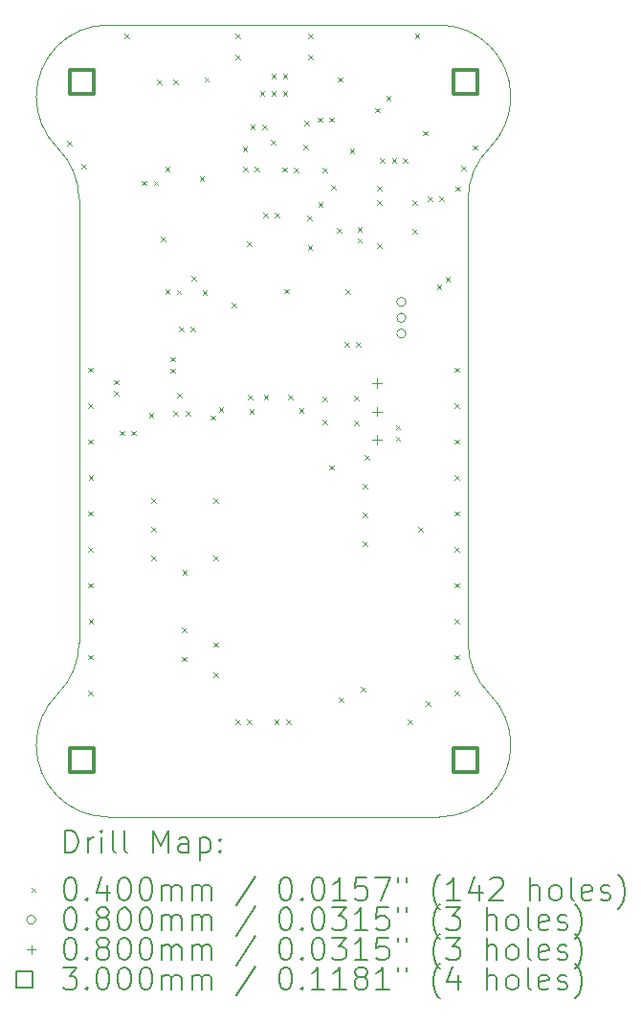
<source format=gbr>
%TF.GenerationSoftware,KiCad,Pcbnew,7.0.10*%
%TF.CreationDate,2024-01-15T20:08:33+01:00*%
%TF.ProjectId,tiny-scarab,74696e79-2d73-4636-9172-61622e6b6963,0.1*%
%TF.SameCoordinates,Original*%
%TF.FileFunction,Drillmap*%
%TF.FilePolarity,Positive*%
%FSLAX45Y45*%
G04 Gerber Fmt 4.5, Leading zero omitted, Abs format (unit mm)*
G04 Created by KiCad (PCBNEW 7.0.10) date 2024-01-15 20:08:33*
%MOMM*%
%LPD*%
G01*
G04 APERTURE LIST*
%ADD10C,0.100000*%
%ADD11C,0.200000*%
%ADD12C,0.300000*%
G04 APERTURE END LIST*
D10*
X7803366Y-7810128D02*
X7803366Y-3888872D01*
X11625000Y-2984500D02*
G75*
G03*
X10990000Y-2349500I-635000J0D01*
G01*
X7425000Y-2984500D02*
G75*
G03*
X7614183Y-3436686I635000J0D01*
G01*
X11625000Y-8714500D02*
G75*
G03*
X11435817Y-8262314I-635000J0D01*
G01*
X11246634Y-7810128D02*
G75*
G03*
X11435817Y-8262314I634996J-2D01*
G01*
X11246634Y-3888872D02*
X11246634Y-7810128D01*
X11435817Y-3436686D02*
G75*
G03*
X11246634Y-3888872I445813J-452184D01*
G01*
X8060000Y-2349500D02*
G75*
G03*
X7425000Y-2984500I0J-635000D01*
G01*
X7614183Y-8262314D02*
G75*
G03*
X7803366Y-7810128I-445813J452184D01*
G01*
X7803366Y-3888872D02*
G75*
G03*
X7614183Y-3436686I-634996J2D01*
G01*
X10990000Y-9349500D02*
G75*
G03*
X11625000Y-8714500I0J635000D01*
G01*
X11435817Y-3436686D02*
G75*
G03*
X11625000Y-2984500I-445817J452186D01*
G01*
X7614183Y-8262314D02*
G75*
G03*
X7425000Y-8714500I445817J-452186D01*
G01*
X8060000Y-2349500D02*
X10990000Y-2349500D01*
X7425000Y-8714500D02*
G75*
G03*
X8060000Y-9349500I635000J0D01*
G01*
X10990000Y-9349500D02*
X8060000Y-9349500D01*
D11*
D10*
X7695250Y-3377250D02*
X7735250Y-3417250D01*
X7735250Y-3377250D02*
X7695250Y-3417250D01*
X7822250Y-3580450D02*
X7862250Y-3620450D01*
X7862250Y-3580450D02*
X7822250Y-3620450D01*
X7885750Y-5377500D02*
X7925750Y-5417500D01*
X7925750Y-5377500D02*
X7885750Y-5417500D01*
X7885750Y-5695000D02*
X7925750Y-5735000D01*
X7925750Y-5695000D02*
X7885750Y-5735000D01*
X7885750Y-6012500D02*
X7925750Y-6052500D01*
X7925750Y-6012500D02*
X7885750Y-6052500D01*
X7885750Y-6647500D02*
X7925750Y-6687500D01*
X7925750Y-6647500D02*
X7885750Y-6687500D01*
X7885750Y-6965000D02*
X7925750Y-7005000D01*
X7925750Y-6965000D02*
X7885750Y-7005000D01*
X7885750Y-7282500D02*
X7925750Y-7322500D01*
X7925750Y-7282500D02*
X7885750Y-7322500D01*
X7885750Y-7917500D02*
X7925750Y-7957500D01*
X7925750Y-7917500D02*
X7885750Y-7957500D01*
X7885750Y-8235000D02*
X7925750Y-8275000D01*
X7925750Y-8235000D02*
X7885750Y-8275000D01*
X7888925Y-6330000D02*
X7928925Y-6370000D01*
X7928925Y-6330000D02*
X7888925Y-6370000D01*
X7888925Y-7600000D02*
X7928925Y-7640000D01*
X7928925Y-7600000D02*
X7888925Y-7640000D01*
X8114350Y-5486800D02*
X8154350Y-5526800D01*
X8154350Y-5486800D02*
X8114350Y-5526800D01*
X8114350Y-5586800D02*
X8154350Y-5626800D01*
X8154350Y-5586800D02*
X8114350Y-5626800D01*
X8165150Y-5936300D02*
X8205150Y-5976300D01*
X8205150Y-5936300D02*
X8165150Y-5976300D01*
X8203250Y-2427925D02*
X8243250Y-2467925D01*
X8243250Y-2427925D02*
X8203250Y-2467925D01*
X8265150Y-5936300D02*
X8305150Y-5976300D01*
X8305150Y-5936300D02*
X8265150Y-5976300D01*
X8358825Y-3726500D02*
X8398825Y-3766500D01*
X8398825Y-3726500D02*
X8358825Y-3766500D01*
X8420975Y-5780725D02*
X8460975Y-5820725D01*
X8460975Y-5780725D02*
X8420975Y-5820725D01*
X8444550Y-6533200D02*
X8484550Y-6573200D01*
X8484550Y-6533200D02*
X8444550Y-6573200D01*
X8444550Y-6787200D02*
X8484550Y-6827200D01*
X8484550Y-6787200D02*
X8444550Y-6827200D01*
X8444550Y-7041200D02*
X8484550Y-7081200D01*
X8484550Y-7041200D02*
X8444550Y-7081200D01*
X8463825Y-3726500D02*
X8503825Y-3766500D01*
X8503825Y-3726500D02*
X8463825Y-3766500D01*
X8495350Y-2831102D02*
X8535350Y-2871102D01*
X8535350Y-2831102D02*
X8495350Y-2871102D01*
X8526400Y-4221800D02*
X8566400Y-4261800D01*
X8566400Y-4221800D02*
X8526400Y-4261800D01*
X8565200Y-3605850D02*
X8605200Y-3645850D01*
X8605200Y-3605850D02*
X8565200Y-3645850D01*
X8566776Y-4686553D02*
X8606776Y-4726553D01*
X8606776Y-4686553D02*
X8566776Y-4726553D01*
X8609650Y-5284975D02*
X8649650Y-5324975D01*
X8649650Y-5284975D02*
X8609650Y-5324975D01*
X8609650Y-5384975D02*
X8649650Y-5424975D01*
X8649650Y-5384975D02*
X8609650Y-5424975D01*
X8638225Y-5765000D02*
X8678225Y-5805000D01*
X8678225Y-5765000D02*
X8638225Y-5805000D01*
X8638525Y-2831102D02*
X8678525Y-2871102D01*
X8678525Y-2831102D02*
X8638525Y-2871102D01*
X8666610Y-4692319D02*
X8706610Y-4732319D01*
X8706610Y-4692319D02*
X8666610Y-4732319D01*
X8673150Y-5602925D02*
X8713150Y-5642925D01*
X8713150Y-5602925D02*
X8673150Y-5642925D01*
X8689025Y-5015550D02*
X8729025Y-5055550D01*
X8729025Y-5015550D02*
X8689025Y-5055550D01*
X8711250Y-7933375D02*
X8751250Y-7973375D01*
X8751250Y-7933375D02*
X8711250Y-7973375D01*
X8714425Y-7673025D02*
X8754425Y-7713025D01*
X8754425Y-7673025D02*
X8714425Y-7713025D01*
X8717600Y-7168200D02*
X8757600Y-7208200D01*
X8757600Y-7168200D02*
X8717600Y-7208200D01*
X8747553Y-5765000D02*
X8787553Y-5805000D01*
X8787553Y-5765000D02*
X8747553Y-5805000D01*
X8789025Y-5015550D02*
X8829025Y-5055550D01*
X8829025Y-5015550D02*
X8789025Y-5055550D01*
X8798712Y-4566775D02*
X8838712Y-4606775D01*
X8838712Y-4566775D02*
X8798712Y-4606775D01*
X8870000Y-3685226D02*
X8910000Y-3725226D01*
X8910000Y-3685226D02*
X8870000Y-3725226D01*
X8895399Y-4693550D02*
X8935399Y-4733550D01*
X8935399Y-4693550D02*
X8895399Y-4733550D01*
X8914000Y-2812100D02*
X8954000Y-2852100D01*
X8954000Y-2812100D02*
X8914000Y-2852100D01*
X8970157Y-5800060D02*
X9010157Y-5840060D01*
X9010157Y-5800060D02*
X8970157Y-5840060D01*
X8990600Y-8076200D02*
X9030600Y-8116200D01*
X9030600Y-8076200D02*
X8990600Y-8116200D01*
X8990650Y-7806375D02*
X9030650Y-7846375D01*
X9030650Y-7806375D02*
X8990650Y-7846375D01*
X8990650Y-7041200D02*
X9030650Y-7081200D01*
X9030650Y-7041200D02*
X8990650Y-7081200D01*
X8990650Y-6533200D02*
X9030650Y-6573200D01*
X9030650Y-6533200D02*
X8990650Y-6573200D01*
X9040868Y-5729349D02*
X9080868Y-5769349D01*
X9080868Y-5729349D02*
X9040868Y-5769349D01*
X9152575Y-4802825D02*
X9192575Y-4842825D01*
X9192575Y-4802825D02*
X9152575Y-4842825D01*
X9185980Y-8489000D02*
X9225980Y-8529000D01*
X9225980Y-8489000D02*
X9185980Y-8529000D01*
X9187500Y-2427925D02*
X9227500Y-2467925D01*
X9227500Y-2427925D02*
X9187500Y-2467925D01*
X9187500Y-2615250D02*
X9227500Y-2655250D01*
X9227500Y-2615250D02*
X9187500Y-2655250D01*
X9250999Y-3424875D02*
X9290999Y-3464875D01*
X9290999Y-3424875D02*
X9250999Y-3464875D01*
X9255775Y-3605770D02*
X9295775Y-3645770D01*
X9295775Y-3605770D02*
X9255775Y-3645770D01*
X9289100Y-8489000D02*
X9329100Y-8529000D01*
X9329100Y-8489000D02*
X9289100Y-8529000D01*
X9292275Y-4263075D02*
X9332275Y-4303075D01*
X9332275Y-4263075D02*
X9292275Y-4303075D01*
X9298625Y-5615625D02*
X9338625Y-5655625D01*
X9338625Y-5615625D02*
X9298625Y-5655625D01*
X9311325Y-5745800D02*
X9351325Y-5785800D01*
X9351325Y-5745800D02*
X9311325Y-5785800D01*
X9318275Y-3231072D02*
X9358275Y-3271072D01*
X9358275Y-3231072D02*
X9318275Y-3271072D01*
X9355775Y-3605850D02*
X9395775Y-3645850D01*
X9395775Y-3605850D02*
X9355775Y-3645850D01*
X9403400Y-2932750D02*
X9443400Y-2972750D01*
X9443400Y-2932750D02*
X9403400Y-2972750D01*
X9424106Y-3231244D02*
X9464106Y-3271244D01*
X9464106Y-3231244D02*
X9424106Y-3271244D01*
X9433575Y-4012532D02*
X9473575Y-4052532D01*
X9473575Y-4012532D02*
X9433575Y-4052532D01*
X9438625Y-5615625D02*
X9478625Y-5655625D01*
X9478625Y-5615625D02*
X9438625Y-5655625D01*
X9501225Y-3365851D02*
X9541225Y-3405851D01*
X9541225Y-3365851D02*
X9501225Y-3405851D01*
X9505000Y-2780350D02*
X9545000Y-2820350D01*
X9545000Y-2780350D02*
X9505000Y-2820350D01*
X9505000Y-2932750D02*
X9545000Y-2972750D01*
X9545000Y-2932750D02*
X9505000Y-2972750D01*
X9532055Y-8489000D02*
X9572055Y-8529000D01*
X9572055Y-8489000D02*
X9532055Y-8529000D01*
X9533576Y-4012250D02*
X9573576Y-4052250D01*
X9573576Y-4012250D02*
X9533576Y-4052250D01*
X9601854Y-3608138D02*
X9641854Y-3648138D01*
X9641854Y-3608138D02*
X9601854Y-3648138D01*
X9606600Y-2780350D02*
X9646600Y-2820350D01*
X9646600Y-2780350D02*
X9606600Y-2820350D01*
X9606600Y-2932749D02*
X9646600Y-2972749D01*
X9646600Y-2932749D02*
X9606600Y-2972749D01*
X9622475Y-4682175D02*
X9662475Y-4722175D01*
X9662475Y-4682175D02*
X9622475Y-4722175D01*
X9635175Y-8489000D02*
X9675175Y-8529000D01*
X9675175Y-8489000D02*
X9635175Y-8529000D01*
X9654225Y-5618800D02*
X9694225Y-5658800D01*
X9694225Y-5618800D02*
X9654225Y-5658800D01*
X9701850Y-3609025D02*
X9741850Y-3649025D01*
X9741850Y-3609025D02*
X9701850Y-3649025D01*
X9752004Y-5735629D02*
X9792004Y-5775629D01*
X9792004Y-5735629D02*
X9752004Y-5775629D01*
X9790750Y-3409000D02*
X9830750Y-3449000D01*
X9830750Y-3409000D02*
X9790750Y-3449000D01*
X9797100Y-3196275D02*
X9837100Y-3236275D01*
X9837100Y-3196275D02*
X9797100Y-3236275D01*
X9824082Y-4032882D02*
X9864082Y-4072882D01*
X9864082Y-4032882D02*
X9824082Y-4072882D01*
X9827900Y-4295251D02*
X9867900Y-4335251D01*
X9867900Y-4295251D02*
X9827900Y-4335251D01*
X9828850Y-2427925D02*
X9868850Y-2467925D01*
X9868850Y-2427925D02*
X9828850Y-2467925D01*
X9828850Y-2615250D02*
X9868850Y-2655250D01*
X9868850Y-2615250D02*
X9828850Y-2655250D01*
X9917750Y-3167700D02*
X9957750Y-3207700D01*
X9957750Y-3167700D02*
X9917750Y-3207700D01*
X9920925Y-3917000D02*
X9960925Y-3957000D01*
X9960925Y-3917000D02*
X9920925Y-3957000D01*
X9958854Y-5837048D02*
X9998854Y-5877048D01*
X9998854Y-5837048D02*
X9958854Y-5877048D01*
X9958925Y-5635457D02*
X9998925Y-5675457D01*
X9998925Y-5635457D02*
X9958925Y-5675457D01*
X9961511Y-3610284D02*
X10001511Y-3650284D01*
X10001511Y-3610284D02*
X9961511Y-3650284D01*
X10017748Y-3168320D02*
X10057748Y-3208320D01*
X10057748Y-3168320D02*
X10017748Y-3208320D01*
X10019350Y-6241100D02*
X10059350Y-6281100D01*
X10059350Y-6241100D02*
X10019350Y-6281100D01*
X10032050Y-3764600D02*
X10072050Y-3804600D01*
X10072050Y-3764600D02*
X10032050Y-3804600D01*
X10086025Y-4142425D02*
X10126025Y-4182425D01*
X10126025Y-4142425D02*
X10086025Y-4182425D01*
X10096000Y-2812100D02*
X10136000Y-2852100D01*
X10136000Y-2812100D02*
X10096000Y-2852100D01*
X10105075Y-8292150D02*
X10145075Y-8332150D01*
X10145075Y-8292150D02*
X10105075Y-8332150D01*
X10155875Y-5152075D02*
X10195875Y-5192075D01*
X10195875Y-5152075D02*
X10155875Y-5192075D01*
X10162225Y-4688525D02*
X10202225Y-4728525D01*
X10202225Y-4688525D02*
X10162225Y-4728525D01*
X10200325Y-3439725D02*
X10240325Y-3479725D01*
X10240325Y-3439725D02*
X10200325Y-3479725D01*
X10237276Y-5845374D02*
X10277276Y-5885374D01*
X10277276Y-5845374D02*
X10237276Y-5885374D01*
X10238425Y-5625150D02*
X10278425Y-5665150D01*
X10278425Y-5625150D02*
X10238425Y-5665150D01*
X10255875Y-5152075D02*
X10295875Y-5192075D01*
X10295875Y-5152075D02*
X10255875Y-5192075D01*
X10267000Y-4234500D02*
X10307000Y-4274500D01*
X10307000Y-4234500D02*
X10267000Y-4274500D01*
X10267499Y-4134501D02*
X10307499Y-4174501D01*
X10307499Y-4134501D02*
X10267499Y-4174501D01*
X10298750Y-8203250D02*
X10338750Y-8243250D01*
X10338750Y-8203250D02*
X10298750Y-8243250D01*
X10311450Y-6660200D02*
X10351450Y-6700200D01*
X10351450Y-6660200D02*
X10311450Y-6700200D01*
X10312075Y-6406072D02*
X10352075Y-6446072D01*
X10352075Y-6406072D02*
X10312075Y-6446072D01*
X10314625Y-6914200D02*
X10354625Y-6954200D01*
X10354625Y-6914200D02*
X10314625Y-6954200D01*
X10330500Y-6152200D02*
X10370500Y-6192200D01*
X10370500Y-6152200D02*
X10330500Y-6192200D01*
X10425750Y-3081975D02*
X10465750Y-3121975D01*
X10465750Y-3081975D02*
X10425750Y-3121975D01*
X10438450Y-3770950D02*
X10478450Y-3810950D01*
X10478450Y-3770950D02*
X10438450Y-3810950D01*
X10438450Y-3897950D02*
X10478450Y-3937950D01*
X10478450Y-3897950D02*
X10438450Y-3937950D01*
X10438450Y-4278950D02*
X10478450Y-4318950D01*
X10478450Y-4278950D02*
X10438450Y-4318950D01*
X10468694Y-3527011D02*
X10508694Y-3567011D01*
X10508694Y-3527011D02*
X10468694Y-3567011D01*
X10522588Y-2978787D02*
X10562588Y-3018787D01*
X10562588Y-2978787D02*
X10522588Y-3018787D01*
X10571800Y-3529440D02*
X10611800Y-3569440D01*
X10611800Y-3529440D02*
X10571800Y-3569440D01*
X10606725Y-5885500D02*
X10646725Y-5925500D01*
X10646725Y-5885500D02*
X10606725Y-5925500D01*
X10606725Y-5985500D02*
X10646725Y-6025500D01*
X10646725Y-5985500D02*
X10606725Y-6025500D01*
X10671800Y-3529494D02*
X10711800Y-3569494D01*
X10711800Y-3529494D02*
X10671800Y-3569494D01*
X10711500Y-8489000D02*
X10751500Y-8529000D01*
X10751500Y-8489000D02*
X10711500Y-8529000D01*
X10755950Y-3897950D02*
X10795950Y-3937950D01*
X10795950Y-3897950D02*
X10755950Y-3937950D01*
X10755950Y-4151950D02*
X10795950Y-4191950D01*
X10795950Y-4151950D02*
X10755950Y-4191950D01*
X10775000Y-2427925D02*
X10815000Y-2467925D01*
X10815000Y-2427925D02*
X10775000Y-2467925D01*
X10806750Y-6787200D02*
X10846750Y-6827200D01*
X10846750Y-6787200D02*
X10806750Y-6827200D01*
X10848025Y-3285175D02*
X10888025Y-3325175D01*
X10888025Y-3285175D02*
X10848025Y-3325175D01*
X10870250Y-8330250D02*
X10910250Y-8370250D01*
X10910250Y-8330250D02*
X10870250Y-8370250D01*
X10890900Y-3866392D02*
X10930900Y-3906392D01*
X10930900Y-3866392D02*
X10890900Y-3906392D01*
X10971491Y-4646150D02*
X11011491Y-4686150D01*
X11011491Y-4646150D02*
X10971491Y-4686150D01*
X10990900Y-3866200D02*
X11030900Y-3906200D01*
X11030900Y-3866200D02*
X10990900Y-3906200D01*
X11046432Y-4579939D02*
X11086432Y-4619939D01*
X11086432Y-4579939D02*
X11046432Y-4619939D01*
X11124250Y-5377500D02*
X11164250Y-5417500D01*
X11164250Y-5377500D02*
X11124250Y-5417500D01*
X11124250Y-5695000D02*
X11164250Y-5735000D01*
X11164250Y-5695000D02*
X11124250Y-5735000D01*
X11124250Y-6012500D02*
X11164250Y-6052500D01*
X11164250Y-6012500D02*
X11124250Y-6052500D01*
X11124250Y-6647500D02*
X11164250Y-6687500D01*
X11164250Y-6647500D02*
X11124250Y-6687500D01*
X11124250Y-6965000D02*
X11164250Y-7005000D01*
X11164250Y-6965000D02*
X11124250Y-7005000D01*
X11124250Y-7282500D02*
X11164250Y-7322500D01*
X11164250Y-7282500D02*
X11124250Y-7322500D01*
X11124250Y-7917500D02*
X11164250Y-7957500D01*
X11164250Y-7917500D02*
X11124250Y-7957500D01*
X11124250Y-8235000D02*
X11164250Y-8275000D01*
X11164250Y-8235000D02*
X11124250Y-8275000D01*
X11127425Y-6330000D02*
X11167425Y-6370000D01*
X11167425Y-6330000D02*
X11127425Y-6370000D01*
X11127425Y-7600000D02*
X11167425Y-7640000D01*
X11167425Y-7600000D02*
X11127425Y-7640000D01*
X11136950Y-3777300D02*
X11176950Y-3817300D01*
X11176950Y-3777300D02*
X11136950Y-3817300D01*
X11184575Y-3593150D02*
X11224575Y-3633150D01*
X11224575Y-3593150D02*
X11184575Y-3633150D01*
X11289350Y-3412175D02*
X11329350Y-3452175D01*
X11329350Y-3412175D02*
X11289350Y-3452175D01*
X10695300Y-4797175D02*
G75*
G03*
X10615300Y-4797175I-40000J0D01*
G01*
X10615300Y-4797175D02*
G75*
G03*
X10695300Y-4797175I40000J0D01*
G01*
X10695300Y-4937125D02*
G75*
G03*
X10615300Y-4937125I-40000J0D01*
G01*
X10615300Y-4937125D02*
G75*
G03*
X10695300Y-4937125I40000J0D01*
G01*
X10695300Y-5077075D02*
G75*
G03*
X10615300Y-5077075I-40000J0D01*
G01*
X10615300Y-5077075D02*
G75*
G03*
X10695300Y-5077075I40000J0D01*
G01*
X10439400Y-5475800D02*
X10439400Y-5555800D01*
X10399400Y-5515800D02*
X10479400Y-5515800D01*
X10439400Y-5725800D02*
X10439400Y-5805800D01*
X10399400Y-5765800D02*
X10479400Y-5765800D01*
X10439400Y-5975800D02*
X10439400Y-6055800D01*
X10399400Y-6015800D02*
X10479400Y-6015800D01*
D12*
X7931067Y-2955567D02*
X7931067Y-2743433D01*
X7718933Y-2743433D01*
X7718933Y-2955567D01*
X7931067Y-2955567D01*
X7931067Y-8955567D02*
X7931067Y-8743433D01*
X7718933Y-8743433D01*
X7718933Y-8955567D01*
X7931067Y-8955567D01*
X11331067Y-2955567D02*
X11331067Y-2743433D01*
X11118933Y-2743433D01*
X11118933Y-2955567D01*
X11331067Y-2955567D01*
X11331067Y-8955567D02*
X11331067Y-8743433D01*
X11118933Y-8743433D01*
X11118933Y-8955567D01*
X11331067Y-8955567D01*
D11*
X7680777Y-9665984D02*
X7680777Y-9465984D01*
X7680777Y-9465984D02*
X7728396Y-9465984D01*
X7728396Y-9465984D02*
X7756967Y-9475508D01*
X7756967Y-9475508D02*
X7776015Y-9494555D01*
X7776015Y-9494555D02*
X7785539Y-9513603D01*
X7785539Y-9513603D02*
X7795062Y-9551698D01*
X7795062Y-9551698D02*
X7795062Y-9580270D01*
X7795062Y-9580270D02*
X7785539Y-9618365D01*
X7785539Y-9618365D02*
X7776015Y-9637412D01*
X7776015Y-9637412D02*
X7756967Y-9656460D01*
X7756967Y-9656460D02*
X7728396Y-9665984D01*
X7728396Y-9665984D02*
X7680777Y-9665984D01*
X7880777Y-9665984D02*
X7880777Y-9532650D01*
X7880777Y-9570746D02*
X7890301Y-9551698D01*
X7890301Y-9551698D02*
X7899824Y-9542174D01*
X7899824Y-9542174D02*
X7918872Y-9532650D01*
X7918872Y-9532650D02*
X7937920Y-9532650D01*
X8004586Y-9665984D02*
X8004586Y-9532650D01*
X8004586Y-9465984D02*
X7995062Y-9475508D01*
X7995062Y-9475508D02*
X8004586Y-9485031D01*
X8004586Y-9485031D02*
X8014110Y-9475508D01*
X8014110Y-9475508D02*
X8004586Y-9465984D01*
X8004586Y-9465984D02*
X8004586Y-9485031D01*
X8128396Y-9665984D02*
X8109348Y-9656460D01*
X8109348Y-9656460D02*
X8099824Y-9637412D01*
X8099824Y-9637412D02*
X8099824Y-9465984D01*
X8233158Y-9665984D02*
X8214110Y-9656460D01*
X8214110Y-9656460D02*
X8204586Y-9637412D01*
X8204586Y-9637412D02*
X8204586Y-9465984D01*
X8461729Y-9665984D02*
X8461729Y-9465984D01*
X8461729Y-9465984D02*
X8528396Y-9608841D01*
X8528396Y-9608841D02*
X8595063Y-9465984D01*
X8595063Y-9465984D02*
X8595063Y-9665984D01*
X8776015Y-9665984D02*
X8776015Y-9561222D01*
X8776015Y-9561222D02*
X8766491Y-9542174D01*
X8766491Y-9542174D02*
X8747444Y-9532650D01*
X8747444Y-9532650D02*
X8709348Y-9532650D01*
X8709348Y-9532650D02*
X8690301Y-9542174D01*
X8776015Y-9656460D02*
X8756967Y-9665984D01*
X8756967Y-9665984D02*
X8709348Y-9665984D01*
X8709348Y-9665984D02*
X8690301Y-9656460D01*
X8690301Y-9656460D02*
X8680777Y-9637412D01*
X8680777Y-9637412D02*
X8680777Y-9618365D01*
X8680777Y-9618365D02*
X8690301Y-9599317D01*
X8690301Y-9599317D02*
X8709348Y-9589793D01*
X8709348Y-9589793D02*
X8756967Y-9589793D01*
X8756967Y-9589793D02*
X8776015Y-9580270D01*
X8871253Y-9532650D02*
X8871253Y-9732650D01*
X8871253Y-9542174D02*
X8890301Y-9532650D01*
X8890301Y-9532650D02*
X8928396Y-9532650D01*
X8928396Y-9532650D02*
X8947444Y-9542174D01*
X8947444Y-9542174D02*
X8956967Y-9551698D01*
X8956967Y-9551698D02*
X8966491Y-9570746D01*
X8966491Y-9570746D02*
X8966491Y-9627889D01*
X8966491Y-9627889D02*
X8956967Y-9646936D01*
X8956967Y-9646936D02*
X8947444Y-9656460D01*
X8947444Y-9656460D02*
X8928396Y-9665984D01*
X8928396Y-9665984D02*
X8890301Y-9665984D01*
X8890301Y-9665984D02*
X8871253Y-9656460D01*
X9052205Y-9646936D02*
X9061729Y-9656460D01*
X9061729Y-9656460D02*
X9052205Y-9665984D01*
X9052205Y-9665984D02*
X9042682Y-9656460D01*
X9042682Y-9656460D02*
X9052205Y-9646936D01*
X9052205Y-9646936D02*
X9052205Y-9665984D01*
X9052205Y-9542174D02*
X9061729Y-9551698D01*
X9061729Y-9551698D02*
X9052205Y-9561222D01*
X9052205Y-9561222D02*
X9042682Y-9551698D01*
X9042682Y-9551698D02*
X9052205Y-9542174D01*
X9052205Y-9542174D02*
X9052205Y-9561222D01*
D10*
X7380000Y-9974500D02*
X7420000Y-10014500D01*
X7420000Y-9974500D02*
X7380000Y-10014500D01*
D11*
X7718872Y-9885984D02*
X7737920Y-9885984D01*
X7737920Y-9885984D02*
X7756967Y-9895508D01*
X7756967Y-9895508D02*
X7766491Y-9905031D01*
X7766491Y-9905031D02*
X7776015Y-9924079D01*
X7776015Y-9924079D02*
X7785539Y-9962174D01*
X7785539Y-9962174D02*
X7785539Y-10009793D01*
X7785539Y-10009793D02*
X7776015Y-10047889D01*
X7776015Y-10047889D02*
X7766491Y-10066936D01*
X7766491Y-10066936D02*
X7756967Y-10076460D01*
X7756967Y-10076460D02*
X7737920Y-10085984D01*
X7737920Y-10085984D02*
X7718872Y-10085984D01*
X7718872Y-10085984D02*
X7699824Y-10076460D01*
X7699824Y-10076460D02*
X7690301Y-10066936D01*
X7690301Y-10066936D02*
X7680777Y-10047889D01*
X7680777Y-10047889D02*
X7671253Y-10009793D01*
X7671253Y-10009793D02*
X7671253Y-9962174D01*
X7671253Y-9962174D02*
X7680777Y-9924079D01*
X7680777Y-9924079D02*
X7690301Y-9905031D01*
X7690301Y-9905031D02*
X7699824Y-9895508D01*
X7699824Y-9895508D02*
X7718872Y-9885984D01*
X7871253Y-10066936D02*
X7880777Y-10076460D01*
X7880777Y-10076460D02*
X7871253Y-10085984D01*
X7871253Y-10085984D02*
X7861729Y-10076460D01*
X7861729Y-10076460D02*
X7871253Y-10066936D01*
X7871253Y-10066936D02*
X7871253Y-10085984D01*
X8052205Y-9952650D02*
X8052205Y-10085984D01*
X8004586Y-9876460D02*
X7956967Y-10019317D01*
X7956967Y-10019317D02*
X8080777Y-10019317D01*
X8195062Y-9885984D02*
X8214110Y-9885984D01*
X8214110Y-9885984D02*
X8233158Y-9895508D01*
X8233158Y-9895508D02*
X8242682Y-9905031D01*
X8242682Y-9905031D02*
X8252205Y-9924079D01*
X8252205Y-9924079D02*
X8261729Y-9962174D01*
X8261729Y-9962174D02*
X8261729Y-10009793D01*
X8261729Y-10009793D02*
X8252205Y-10047889D01*
X8252205Y-10047889D02*
X8242682Y-10066936D01*
X8242682Y-10066936D02*
X8233158Y-10076460D01*
X8233158Y-10076460D02*
X8214110Y-10085984D01*
X8214110Y-10085984D02*
X8195062Y-10085984D01*
X8195062Y-10085984D02*
X8176015Y-10076460D01*
X8176015Y-10076460D02*
X8166491Y-10066936D01*
X8166491Y-10066936D02*
X8156967Y-10047889D01*
X8156967Y-10047889D02*
X8147443Y-10009793D01*
X8147443Y-10009793D02*
X8147443Y-9962174D01*
X8147443Y-9962174D02*
X8156967Y-9924079D01*
X8156967Y-9924079D02*
X8166491Y-9905031D01*
X8166491Y-9905031D02*
X8176015Y-9895508D01*
X8176015Y-9895508D02*
X8195062Y-9885984D01*
X8385539Y-9885984D02*
X8404586Y-9885984D01*
X8404586Y-9885984D02*
X8423634Y-9895508D01*
X8423634Y-9895508D02*
X8433158Y-9905031D01*
X8433158Y-9905031D02*
X8442682Y-9924079D01*
X8442682Y-9924079D02*
X8452205Y-9962174D01*
X8452205Y-9962174D02*
X8452205Y-10009793D01*
X8452205Y-10009793D02*
X8442682Y-10047889D01*
X8442682Y-10047889D02*
X8433158Y-10066936D01*
X8433158Y-10066936D02*
X8423634Y-10076460D01*
X8423634Y-10076460D02*
X8404586Y-10085984D01*
X8404586Y-10085984D02*
X8385539Y-10085984D01*
X8385539Y-10085984D02*
X8366491Y-10076460D01*
X8366491Y-10076460D02*
X8356967Y-10066936D01*
X8356967Y-10066936D02*
X8347443Y-10047889D01*
X8347443Y-10047889D02*
X8337920Y-10009793D01*
X8337920Y-10009793D02*
X8337920Y-9962174D01*
X8337920Y-9962174D02*
X8347443Y-9924079D01*
X8347443Y-9924079D02*
X8356967Y-9905031D01*
X8356967Y-9905031D02*
X8366491Y-9895508D01*
X8366491Y-9895508D02*
X8385539Y-9885984D01*
X8537920Y-10085984D02*
X8537920Y-9952650D01*
X8537920Y-9971698D02*
X8547444Y-9962174D01*
X8547444Y-9962174D02*
X8566491Y-9952650D01*
X8566491Y-9952650D02*
X8595063Y-9952650D01*
X8595063Y-9952650D02*
X8614110Y-9962174D01*
X8614110Y-9962174D02*
X8623634Y-9981222D01*
X8623634Y-9981222D02*
X8623634Y-10085984D01*
X8623634Y-9981222D02*
X8633158Y-9962174D01*
X8633158Y-9962174D02*
X8652205Y-9952650D01*
X8652205Y-9952650D02*
X8680777Y-9952650D01*
X8680777Y-9952650D02*
X8699825Y-9962174D01*
X8699825Y-9962174D02*
X8709348Y-9981222D01*
X8709348Y-9981222D02*
X8709348Y-10085984D01*
X8804586Y-10085984D02*
X8804586Y-9952650D01*
X8804586Y-9971698D02*
X8814110Y-9962174D01*
X8814110Y-9962174D02*
X8833158Y-9952650D01*
X8833158Y-9952650D02*
X8861729Y-9952650D01*
X8861729Y-9952650D02*
X8880777Y-9962174D01*
X8880777Y-9962174D02*
X8890301Y-9981222D01*
X8890301Y-9981222D02*
X8890301Y-10085984D01*
X8890301Y-9981222D02*
X8899825Y-9962174D01*
X8899825Y-9962174D02*
X8918872Y-9952650D01*
X8918872Y-9952650D02*
X8947444Y-9952650D01*
X8947444Y-9952650D02*
X8966491Y-9962174D01*
X8966491Y-9962174D02*
X8976015Y-9981222D01*
X8976015Y-9981222D02*
X8976015Y-10085984D01*
X9366491Y-9876460D02*
X9195063Y-10133603D01*
X9623634Y-9885984D02*
X9642682Y-9885984D01*
X9642682Y-9885984D02*
X9661729Y-9895508D01*
X9661729Y-9895508D02*
X9671253Y-9905031D01*
X9671253Y-9905031D02*
X9680777Y-9924079D01*
X9680777Y-9924079D02*
X9690301Y-9962174D01*
X9690301Y-9962174D02*
X9690301Y-10009793D01*
X9690301Y-10009793D02*
X9680777Y-10047889D01*
X9680777Y-10047889D02*
X9671253Y-10066936D01*
X9671253Y-10066936D02*
X9661729Y-10076460D01*
X9661729Y-10076460D02*
X9642682Y-10085984D01*
X9642682Y-10085984D02*
X9623634Y-10085984D01*
X9623634Y-10085984D02*
X9604587Y-10076460D01*
X9604587Y-10076460D02*
X9595063Y-10066936D01*
X9595063Y-10066936D02*
X9585539Y-10047889D01*
X9585539Y-10047889D02*
X9576015Y-10009793D01*
X9576015Y-10009793D02*
X9576015Y-9962174D01*
X9576015Y-9962174D02*
X9585539Y-9924079D01*
X9585539Y-9924079D02*
X9595063Y-9905031D01*
X9595063Y-9905031D02*
X9604587Y-9895508D01*
X9604587Y-9895508D02*
X9623634Y-9885984D01*
X9776015Y-10066936D02*
X9785539Y-10076460D01*
X9785539Y-10076460D02*
X9776015Y-10085984D01*
X9776015Y-10085984D02*
X9766491Y-10076460D01*
X9766491Y-10076460D02*
X9776015Y-10066936D01*
X9776015Y-10066936D02*
X9776015Y-10085984D01*
X9909348Y-9885984D02*
X9928396Y-9885984D01*
X9928396Y-9885984D02*
X9947444Y-9895508D01*
X9947444Y-9895508D02*
X9956968Y-9905031D01*
X9956968Y-9905031D02*
X9966491Y-9924079D01*
X9966491Y-9924079D02*
X9976015Y-9962174D01*
X9976015Y-9962174D02*
X9976015Y-10009793D01*
X9976015Y-10009793D02*
X9966491Y-10047889D01*
X9966491Y-10047889D02*
X9956968Y-10066936D01*
X9956968Y-10066936D02*
X9947444Y-10076460D01*
X9947444Y-10076460D02*
X9928396Y-10085984D01*
X9928396Y-10085984D02*
X9909348Y-10085984D01*
X9909348Y-10085984D02*
X9890301Y-10076460D01*
X9890301Y-10076460D02*
X9880777Y-10066936D01*
X9880777Y-10066936D02*
X9871253Y-10047889D01*
X9871253Y-10047889D02*
X9861729Y-10009793D01*
X9861729Y-10009793D02*
X9861729Y-9962174D01*
X9861729Y-9962174D02*
X9871253Y-9924079D01*
X9871253Y-9924079D02*
X9880777Y-9905031D01*
X9880777Y-9905031D02*
X9890301Y-9895508D01*
X9890301Y-9895508D02*
X9909348Y-9885984D01*
X10166491Y-10085984D02*
X10052206Y-10085984D01*
X10109348Y-10085984D02*
X10109348Y-9885984D01*
X10109348Y-9885984D02*
X10090301Y-9914555D01*
X10090301Y-9914555D02*
X10071253Y-9933603D01*
X10071253Y-9933603D02*
X10052206Y-9943127D01*
X10347444Y-9885984D02*
X10252206Y-9885984D01*
X10252206Y-9885984D02*
X10242682Y-9981222D01*
X10242682Y-9981222D02*
X10252206Y-9971698D01*
X10252206Y-9971698D02*
X10271253Y-9962174D01*
X10271253Y-9962174D02*
X10318872Y-9962174D01*
X10318872Y-9962174D02*
X10337920Y-9971698D01*
X10337920Y-9971698D02*
X10347444Y-9981222D01*
X10347444Y-9981222D02*
X10356968Y-10000270D01*
X10356968Y-10000270D02*
X10356968Y-10047889D01*
X10356968Y-10047889D02*
X10347444Y-10066936D01*
X10347444Y-10066936D02*
X10337920Y-10076460D01*
X10337920Y-10076460D02*
X10318872Y-10085984D01*
X10318872Y-10085984D02*
X10271253Y-10085984D01*
X10271253Y-10085984D02*
X10252206Y-10076460D01*
X10252206Y-10076460D02*
X10242682Y-10066936D01*
X10423634Y-9885984D02*
X10556968Y-9885984D01*
X10556968Y-9885984D02*
X10471253Y-10085984D01*
X10623634Y-9885984D02*
X10623634Y-9924079D01*
X10699825Y-9885984D02*
X10699825Y-9924079D01*
X10995063Y-10162174D02*
X10985539Y-10152650D01*
X10985539Y-10152650D02*
X10966491Y-10124079D01*
X10966491Y-10124079D02*
X10956968Y-10105031D01*
X10956968Y-10105031D02*
X10947444Y-10076460D01*
X10947444Y-10076460D02*
X10937920Y-10028841D01*
X10937920Y-10028841D02*
X10937920Y-9990746D01*
X10937920Y-9990746D02*
X10947444Y-9943127D01*
X10947444Y-9943127D02*
X10956968Y-9914555D01*
X10956968Y-9914555D02*
X10966491Y-9895508D01*
X10966491Y-9895508D02*
X10985539Y-9866936D01*
X10985539Y-9866936D02*
X10995063Y-9857412D01*
X11176015Y-10085984D02*
X11061730Y-10085984D01*
X11118872Y-10085984D02*
X11118872Y-9885984D01*
X11118872Y-9885984D02*
X11099825Y-9914555D01*
X11099825Y-9914555D02*
X11080777Y-9933603D01*
X11080777Y-9933603D02*
X11061730Y-9943127D01*
X11347444Y-9952650D02*
X11347444Y-10085984D01*
X11299825Y-9876460D02*
X11252206Y-10019317D01*
X11252206Y-10019317D02*
X11376015Y-10019317D01*
X11442682Y-9905031D02*
X11452206Y-9895508D01*
X11452206Y-9895508D02*
X11471253Y-9885984D01*
X11471253Y-9885984D02*
X11518872Y-9885984D01*
X11518872Y-9885984D02*
X11537920Y-9895508D01*
X11537920Y-9895508D02*
X11547444Y-9905031D01*
X11547444Y-9905031D02*
X11556968Y-9924079D01*
X11556968Y-9924079D02*
X11556968Y-9943127D01*
X11556968Y-9943127D02*
X11547444Y-9971698D01*
X11547444Y-9971698D02*
X11433158Y-10085984D01*
X11433158Y-10085984D02*
X11556968Y-10085984D01*
X11795063Y-10085984D02*
X11795063Y-9885984D01*
X11880777Y-10085984D02*
X11880777Y-9981222D01*
X11880777Y-9981222D02*
X11871253Y-9962174D01*
X11871253Y-9962174D02*
X11852206Y-9952650D01*
X11852206Y-9952650D02*
X11823634Y-9952650D01*
X11823634Y-9952650D02*
X11804587Y-9962174D01*
X11804587Y-9962174D02*
X11795063Y-9971698D01*
X12004587Y-10085984D02*
X11985539Y-10076460D01*
X11985539Y-10076460D02*
X11976015Y-10066936D01*
X11976015Y-10066936D02*
X11966491Y-10047889D01*
X11966491Y-10047889D02*
X11966491Y-9990746D01*
X11966491Y-9990746D02*
X11976015Y-9971698D01*
X11976015Y-9971698D02*
X11985539Y-9962174D01*
X11985539Y-9962174D02*
X12004587Y-9952650D01*
X12004587Y-9952650D02*
X12033158Y-9952650D01*
X12033158Y-9952650D02*
X12052206Y-9962174D01*
X12052206Y-9962174D02*
X12061730Y-9971698D01*
X12061730Y-9971698D02*
X12071253Y-9990746D01*
X12071253Y-9990746D02*
X12071253Y-10047889D01*
X12071253Y-10047889D02*
X12061730Y-10066936D01*
X12061730Y-10066936D02*
X12052206Y-10076460D01*
X12052206Y-10076460D02*
X12033158Y-10085984D01*
X12033158Y-10085984D02*
X12004587Y-10085984D01*
X12185539Y-10085984D02*
X12166491Y-10076460D01*
X12166491Y-10076460D02*
X12156968Y-10057412D01*
X12156968Y-10057412D02*
X12156968Y-9885984D01*
X12337920Y-10076460D02*
X12318872Y-10085984D01*
X12318872Y-10085984D02*
X12280777Y-10085984D01*
X12280777Y-10085984D02*
X12261730Y-10076460D01*
X12261730Y-10076460D02*
X12252206Y-10057412D01*
X12252206Y-10057412D02*
X12252206Y-9981222D01*
X12252206Y-9981222D02*
X12261730Y-9962174D01*
X12261730Y-9962174D02*
X12280777Y-9952650D01*
X12280777Y-9952650D02*
X12318872Y-9952650D01*
X12318872Y-9952650D02*
X12337920Y-9962174D01*
X12337920Y-9962174D02*
X12347444Y-9981222D01*
X12347444Y-9981222D02*
X12347444Y-10000270D01*
X12347444Y-10000270D02*
X12252206Y-10019317D01*
X12423634Y-10076460D02*
X12442682Y-10085984D01*
X12442682Y-10085984D02*
X12480777Y-10085984D01*
X12480777Y-10085984D02*
X12499825Y-10076460D01*
X12499825Y-10076460D02*
X12509349Y-10057412D01*
X12509349Y-10057412D02*
X12509349Y-10047889D01*
X12509349Y-10047889D02*
X12499825Y-10028841D01*
X12499825Y-10028841D02*
X12480777Y-10019317D01*
X12480777Y-10019317D02*
X12452206Y-10019317D01*
X12452206Y-10019317D02*
X12433158Y-10009793D01*
X12433158Y-10009793D02*
X12423634Y-9990746D01*
X12423634Y-9990746D02*
X12423634Y-9981222D01*
X12423634Y-9981222D02*
X12433158Y-9962174D01*
X12433158Y-9962174D02*
X12452206Y-9952650D01*
X12452206Y-9952650D02*
X12480777Y-9952650D01*
X12480777Y-9952650D02*
X12499825Y-9962174D01*
X12576015Y-10162174D02*
X12585539Y-10152650D01*
X12585539Y-10152650D02*
X12604587Y-10124079D01*
X12604587Y-10124079D02*
X12614111Y-10105031D01*
X12614111Y-10105031D02*
X12623634Y-10076460D01*
X12623634Y-10076460D02*
X12633158Y-10028841D01*
X12633158Y-10028841D02*
X12633158Y-9990746D01*
X12633158Y-9990746D02*
X12623634Y-9943127D01*
X12623634Y-9943127D02*
X12614111Y-9914555D01*
X12614111Y-9914555D02*
X12604587Y-9895508D01*
X12604587Y-9895508D02*
X12585539Y-9866936D01*
X12585539Y-9866936D02*
X12576015Y-9857412D01*
D10*
X7420000Y-10258500D02*
G75*
G03*
X7340000Y-10258500I-40000J0D01*
G01*
X7340000Y-10258500D02*
G75*
G03*
X7420000Y-10258500I40000J0D01*
G01*
D11*
X7718872Y-10149984D02*
X7737920Y-10149984D01*
X7737920Y-10149984D02*
X7756967Y-10159508D01*
X7756967Y-10159508D02*
X7766491Y-10169031D01*
X7766491Y-10169031D02*
X7776015Y-10188079D01*
X7776015Y-10188079D02*
X7785539Y-10226174D01*
X7785539Y-10226174D02*
X7785539Y-10273793D01*
X7785539Y-10273793D02*
X7776015Y-10311889D01*
X7776015Y-10311889D02*
X7766491Y-10330936D01*
X7766491Y-10330936D02*
X7756967Y-10340460D01*
X7756967Y-10340460D02*
X7737920Y-10349984D01*
X7737920Y-10349984D02*
X7718872Y-10349984D01*
X7718872Y-10349984D02*
X7699824Y-10340460D01*
X7699824Y-10340460D02*
X7690301Y-10330936D01*
X7690301Y-10330936D02*
X7680777Y-10311889D01*
X7680777Y-10311889D02*
X7671253Y-10273793D01*
X7671253Y-10273793D02*
X7671253Y-10226174D01*
X7671253Y-10226174D02*
X7680777Y-10188079D01*
X7680777Y-10188079D02*
X7690301Y-10169031D01*
X7690301Y-10169031D02*
X7699824Y-10159508D01*
X7699824Y-10159508D02*
X7718872Y-10149984D01*
X7871253Y-10330936D02*
X7880777Y-10340460D01*
X7880777Y-10340460D02*
X7871253Y-10349984D01*
X7871253Y-10349984D02*
X7861729Y-10340460D01*
X7861729Y-10340460D02*
X7871253Y-10330936D01*
X7871253Y-10330936D02*
X7871253Y-10349984D01*
X7995062Y-10235698D02*
X7976015Y-10226174D01*
X7976015Y-10226174D02*
X7966491Y-10216650D01*
X7966491Y-10216650D02*
X7956967Y-10197603D01*
X7956967Y-10197603D02*
X7956967Y-10188079D01*
X7956967Y-10188079D02*
X7966491Y-10169031D01*
X7966491Y-10169031D02*
X7976015Y-10159508D01*
X7976015Y-10159508D02*
X7995062Y-10149984D01*
X7995062Y-10149984D02*
X8033158Y-10149984D01*
X8033158Y-10149984D02*
X8052205Y-10159508D01*
X8052205Y-10159508D02*
X8061729Y-10169031D01*
X8061729Y-10169031D02*
X8071253Y-10188079D01*
X8071253Y-10188079D02*
X8071253Y-10197603D01*
X8071253Y-10197603D02*
X8061729Y-10216650D01*
X8061729Y-10216650D02*
X8052205Y-10226174D01*
X8052205Y-10226174D02*
X8033158Y-10235698D01*
X8033158Y-10235698D02*
X7995062Y-10235698D01*
X7995062Y-10235698D02*
X7976015Y-10245222D01*
X7976015Y-10245222D02*
X7966491Y-10254746D01*
X7966491Y-10254746D02*
X7956967Y-10273793D01*
X7956967Y-10273793D02*
X7956967Y-10311889D01*
X7956967Y-10311889D02*
X7966491Y-10330936D01*
X7966491Y-10330936D02*
X7976015Y-10340460D01*
X7976015Y-10340460D02*
X7995062Y-10349984D01*
X7995062Y-10349984D02*
X8033158Y-10349984D01*
X8033158Y-10349984D02*
X8052205Y-10340460D01*
X8052205Y-10340460D02*
X8061729Y-10330936D01*
X8061729Y-10330936D02*
X8071253Y-10311889D01*
X8071253Y-10311889D02*
X8071253Y-10273793D01*
X8071253Y-10273793D02*
X8061729Y-10254746D01*
X8061729Y-10254746D02*
X8052205Y-10245222D01*
X8052205Y-10245222D02*
X8033158Y-10235698D01*
X8195062Y-10149984D02*
X8214110Y-10149984D01*
X8214110Y-10149984D02*
X8233158Y-10159508D01*
X8233158Y-10159508D02*
X8242682Y-10169031D01*
X8242682Y-10169031D02*
X8252205Y-10188079D01*
X8252205Y-10188079D02*
X8261729Y-10226174D01*
X8261729Y-10226174D02*
X8261729Y-10273793D01*
X8261729Y-10273793D02*
X8252205Y-10311889D01*
X8252205Y-10311889D02*
X8242682Y-10330936D01*
X8242682Y-10330936D02*
X8233158Y-10340460D01*
X8233158Y-10340460D02*
X8214110Y-10349984D01*
X8214110Y-10349984D02*
X8195062Y-10349984D01*
X8195062Y-10349984D02*
X8176015Y-10340460D01*
X8176015Y-10340460D02*
X8166491Y-10330936D01*
X8166491Y-10330936D02*
X8156967Y-10311889D01*
X8156967Y-10311889D02*
X8147443Y-10273793D01*
X8147443Y-10273793D02*
X8147443Y-10226174D01*
X8147443Y-10226174D02*
X8156967Y-10188079D01*
X8156967Y-10188079D02*
X8166491Y-10169031D01*
X8166491Y-10169031D02*
X8176015Y-10159508D01*
X8176015Y-10159508D02*
X8195062Y-10149984D01*
X8385539Y-10149984D02*
X8404586Y-10149984D01*
X8404586Y-10149984D02*
X8423634Y-10159508D01*
X8423634Y-10159508D02*
X8433158Y-10169031D01*
X8433158Y-10169031D02*
X8442682Y-10188079D01*
X8442682Y-10188079D02*
X8452205Y-10226174D01*
X8452205Y-10226174D02*
X8452205Y-10273793D01*
X8452205Y-10273793D02*
X8442682Y-10311889D01*
X8442682Y-10311889D02*
X8433158Y-10330936D01*
X8433158Y-10330936D02*
X8423634Y-10340460D01*
X8423634Y-10340460D02*
X8404586Y-10349984D01*
X8404586Y-10349984D02*
X8385539Y-10349984D01*
X8385539Y-10349984D02*
X8366491Y-10340460D01*
X8366491Y-10340460D02*
X8356967Y-10330936D01*
X8356967Y-10330936D02*
X8347443Y-10311889D01*
X8347443Y-10311889D02*
X8337920Y-10273793D01*
X8337920Y-10273793D02*
X8337920Y-10226174D01*
X8337920Y-10226174D02*
X8347443Y-10188079D01*
X8347443Y-10188079D02*
X8356967Y-10169031D01*
X8356967Y-10169031D02*
X8366491Y-10159508D01*
X8366491Y-10159508D02*
X8385539Y-10149984D01*
X8537920Y-10349984D02*
X8537920Y-10216650D01*
X8537920Y-10235698D02*
X8547444Y-10226174D01*
X8547444Y-10226174D02*
X8566491Y-10216650D01*
X8566491Y-10216650D02*
X8595063Y-10216650D01*
X8595063Y-10216650D02*
X8614110Y-10226174D01*
X8614110Y-10226174D02*
X8623634Y-10245222D01*
X8623634Y-10245222D02*
X8623634Y-10349984D01*
X8623634Y-10245222D02*
X8633158Y-10226174D01*
X8633158Y-10226174D02*
X8652205Y-10216650D01*
X8652205Y-10216650D02*
X8680777Y-10216650D01*
X8680777Y-10216650D02*
X8699825Y-10226174D01*
X8699825Y-10226174D02*
X8709348Y-10245222D01*
X8709348Y-10245222D02*
X8709348Y-10349984D01*
X8804586Y-10349984D02*
X8804586Y-10216650D01*
X8804586Y-10235698D02*
X8814110Y-10226174D01*
X8814110Y-10226174D02*
X8833158Y-10216650D01*
X8833158Y-10216650D02*
X8861729Y-10216650D01*
X8861729Y-10216650D02*
X8880777Y-10226174D01*
X8880777Y-10226174D02*
X8890301Y-10245222D01*
X8890301Y-10245222D02*
X8890301Y-10349984D01*
X8890301Y-10245222D02*
X8899825Y-10226174D01*
X8899825Y-10226174D02*
X8918872Y-10216650D01*
X8918872Y-10216650D02*
X8947444Y-10216650D01*
X8947444Y-10216650D02*
X8966491Y-10226174D01*
X8966491Y-10226174D02*
X8976015Y-10245222D01*
X8976015Y-10245222D02*
X8976015Y-10349984D01*
X9366491Y-10140460D02*
X9195063Y-10397603D01*
X9623634Y-10149984D02*
X9642682Y-10149984D01*
X9642682Y-10149984D02*
X9661729Y-10159508D01*
X9661729Y-10159508D02*
X9671253Y-10169031D01*
X9671253Y-10169031D02*
X9680777Y-10188079D01*
X9680777Y-10188079D02*
X9690301Y-10226174D01*
X9690301Y-10226174D02*
X9690301Y-10273793D01*
X9690301Y-10273793D02*
X9680777Y-10311889D01*
X9680777Y-10311889D02*
X9671253Y-10330936D01*
X9671253Y-10330936D02*
X9661729Y-10340460D01*
X9661729Y-10340460D02*
X9642682Y-10349984D01*
X9642682Y-10349984D02*
X9623634Y-10349984D01*
X9623634Y-10349984D02*
X9604587Y-10340460D01*
X9604587Y-10340460D02*
X9595063Y-10330936D01*
X9595063Y-10330936D02*
X9585539Y-10311889D01*
X9585539Y-10311889D02*
X9576015Y-10273793D01*
X9576015Y-10273793D02*
X9576015Y-10226174D01*
X9576015Y-10226174D02*
X9585539Y-10188079D01*
X9585539Y-10188079D02*
X9595063Y-10169031D01*
X9595063Y-10169031D02*
X9604587Y-10159508D01*
X9604587Y-10159508D02*
X9623634Y-10149984D01*
X9776015Y-10330936D02*
X9785539Y-10340460D01*
X9785539Y-10340460D02*
X9776015Y-10349984D01*
X9776015Y-10349984D02*
X9766491Y-10340460D01*
X9766491Y-10340460D02*
X9776015Y-10330936D01*
X9776015Y-10330936D02*
X9776015Y-10349984D01*
X9909348Y-10149984D02*
X9928396Y-10149984D01*
X9928396Y-10149984D02*
X9947444Y-10159508D01*
X9947444Y-10159508D02*
X9956968Y-10169031D01*
X9956968Y-10169031D02*
X9966491Y-10188079D01*
X9966491Y-10188079D02*
X9976015Y-10226174D01*
X9976015Y-10226174D02*
X9976015Y-10273793D01*
X9976015Y-10273793D02*
X9966491Y-10311889D01*
X9966491Y-10311889D02*
X9956968Y-10330936D01*
X9956968Y-10330936D02*
X9947444Y-10340460D01*
X9947444Y-10340460D02*
X9928396Y-10349984D01*
X9928396Y-10349984D02*
X9909348Y-10349984D01*
X9909348Y-10349984D02*
X9890301Y-10340460D01*
X9890301Y-10340460D02*
X9880777Y-10330936D01*
X9880777Y-10330936D02*
X9871253Y-10311889D01*
X9871253Y-10311889D02*
X9861729Y-10273793D01*
X9861729Y-10273793D02*
X9861729Y-10226174D01*
X9861729Y-10226174D02*
X9871253Y-10188079D01*
X9871253Y-10188079D02*
X9880777Y-10169031D01*
X9880777Y-10169031D02*
X9890301Y-10159508D01*
X9890301Y-10159508D02*
X9909348Y-10149984D01*
X10042682Y-10149984D02*
X10166491Y-10149984D01*
X10166491Y-10149984D02*
X10099825Y-10226174D01*
X10099825Y-10226174D02*
X10128396Y-10226174D01*
X10128396Y-10226174D02*
X10147444Y-10235698D01*
X10147444Y-10235698D02*
X10156968Y-10245222D01*
X10156968Y-10245222D02*
X10166491Y-10264270D01*
X10166491Y-10264270D02*
X10166491Y-10311889D01*
X10166491Y-10311889D02*
X10156968Y-10330936D01*
X10156968Y-10330936D02*
X10147444Y-10340460D01*
X10147444Y-10340460D02*
X10128396Y-10349984D01*
X10128396Y-10349984D02*
X10071253Y-10349984D01*
X10071253Y-10349984D02*
X10052206Y-10340460D01*
X10052206Y-10340460D02*
X10042682Y-10330936D01*
X10356968Y-10349984D02*
X10242682Y-10349984D01*
X10299825Y-10349984D02*
X10299825Y-10149984D01*
X10299825Y-10149984D02*
X10280777Y-10178555D01*
X10280777Y-10178555D02*
X10261729Y-10197603D01*
X10261729Y-10197603D02*
X10242682Y-10207127D01*
X10537920Y-10149984D02*
X10442682Y-10149984D01*
X10442682Y-10149984D02*
X10433158Y-10245222D01*
X10433158Y-10245222D02*
X10442682Y-10235698D01*
X10442682Y-10235698D02*
X10461729Y-10226174D01*
X10461729Y-10226174D02*
X10509349Y-10226174D01*
X10509349Y-10226174D02*
X10528396Y-10235698D01*
X10528396Y-10235698D02*
X10537920Y-10245222D01*
X10537920Y-10245222D02*
X10547444Y-10264270D01*
X10547444Y-10264270D02*
X10547444Y-10311889D01*
X10547444Y-10311889D02*
X10537920Y-10330936D01*
X10537920Y-10330936D02*
X10528396Y-10340460D01*
X10528396Y-10340460D02*
X10509349Y-10349984D01*
X10509349Y-10349984D02*
X10461729Y-10349984D01*
X10461729Y-10349984D02*
X10442682Y-10340460D01*
X10442682Y-10340460D02*
X10433158Y-10330936D01*
X10623634Y-10149984D02*
X10623634Y-10188079D01*
X10699825Y-10149984D02*
X10699825Y-10188079D01*
X10995063Y-10426174D02*
X10985539Y-10416650D01*
X10985539Y-10416650D02*
X10966491Y-10388079D01*
X10966491Y-10388079D02*
X10956968Y-10369031D01*
X10956968Y-10369031D02*
X10947444Y-10340460D01*
X10947444Y-10340460D02*
X10937920Y-10292841D01*
X10937920Y-10292841D02*
X10937920Y-10254746D01*
X10937920Y-10254746D02*
X10947444Y-10207127D01*
X10947444Y-10207127D02*
X10956968Y-10178555D01*
X10956968Y-10178555D02*
X10966491Y-10159508D01*
X10966491Y-10159508D02*
X10985539Y-10130936D01*
X10985539Y-10130936D02*
X10995063Y-10121412D01*
X11052206Y-10149984D02*
X11176015Y-10149984D01*
X11176015Y-10149984D02*
X11109349Y-10226174D01*
X11109349Y-10226174D02*
X11137920Y-10226174D01*
X11137920Y-10226174D02*
X11156968Y-10235698D01*
X11156968Y-10235698D02*
X11166491Y-10245222D01*
X11166491Y-10245222D02*
X11176015Y-10264270D01*
X11176015Y-10264270D02*
X11176015Y-10311889D01*
X11176015Y-10311889D02*
X11166491Y-10330936D01*
X11166491Y-10330936D02*
X11156968Y-10340460D01*
X11156968Y-10340460D02*
X11137920Y-10349984D01*
X11137920Y-10349984D02*
X11080777Y-10349984D01*
X11080777Y-10349984D02*
X11061730Y-10340460D01*
X11061730Y-10340460D02*
X11052206Y-10330936D01*
X11414110Y-10349984D02*
X11414110Y-10149984D01*
X11499825Y-10349984D02*
X11499825Y-10245222D01*
X11499825Y-10245222D02*
X11490301Y-10226174D01*
X11490301Y-10226174D02*
X11471253Y-10216650D01*
X11471253Y-10216650D02*
X11442682Y-10216650D01*
X11442682Y-10216650D02*
X11423634Y-10226174D01*
X11423634Y-10226174D02*
X11414110Y-10235698D01*
X11623634Y-10349984D02*
X11604587Y-10340460D01*
X11604587Y-10340460D02*
X11595063Y-10330936D01*
X11595063Y-10330936D02*
X11585539Y-10311889D01*
X11585539Y-10311889D02*
X11585539Y-10254746D01*
X11585539Y-10254746D02*
X11595063Y-10235698D01*
X11595063Y-10235698D02*
X11604587Y-10226174D01*
X11604587Y-10226174D02*
X11623634Y-10216650D01*
X11623634Y-10216650D02*
X11652206Y-10216650D01*
X11652206Y-10216650D02*
X11671253Y-10226174D01*
X11671253Y-10226174D02*
X11680777Y-10235698D01*
X11680777Y-10235698D02*
X11690301Y-10254746D01*
X11690301Y-10254746D02*
X11690301Y-10311889D01*
X11690301Y-10311889D02*
X11680777Y-10330936D01*
X11680777Y-10330936D02*
X11671253Y-10340460D01*
X11671253Y-10340460D02*
X11652206Y-10349984D01*
X11652206Y-10349984D02*
X11623634Y-10349984D01*
X11804587Y-10349984D02*
X11785539Y-10340460D01*
X11785539Y-10340460D02*
X11776015Y-10321412D01*
X11776015Y-10321412D02*
X11776015Y-10149984D01*
X11956968Y-10340460D02*
X11937920Y-10349984D01*
X11937920Y-10349984D02*
X11899825Y-10349984D01*
X11899825Y-10349984D02*
X11880777Y-10340460D01*
X11880777Y-10340460D02*
X11871253Y-10321412D01*
X11871253Y-10321412D02*
X11871253Y-10245222D01*
X11871253Y-10245222D02*
X11880777Y-10226174D01*
X11880777Y-10226174D02*
X11899825Y-10216650D01*
X11899825Y-10216650D02*
X11937920Y-10216650D01*
X11937920Y-10216650D02*
X11956968Y-10226174D01*
X11956968Y-10226174D02*
X11966491Y-10245222D01*
X11966491Y-10245222D02*
X11966491Y-10264270D01*
X11966491Y-10264270D02*
X11871253Y-10283317D01*
X12042682Y-10340460D02*
X12061730Y-10349984D01*
X12061730Y-10349984D02*
X12099825Y-10349984D01*
X12099825Y-10349984D02*
X12118872Y-10340460D01*
X12118872Y-10340460D02*
X12128396Y-10321412D01*
X12128396Y-10321412D02*
X12128396Y-10311889D01*
X12128396Y-10311889D02*
X12118872Y-10292841D01*
X12118872Y-10292841D02*
X12099825Y-10283317D01*
X12099825Y-10283317D02*
X12071253Y-10283317D01*
X12071253Y-10283317D02*
X12052206Y-10273793D01*
X12052206Y-10273793D02*
X12042682Y-10254746D01*
X12042682Y-10254746D02*
X12042682Y-10245222D01*
X12042682Y-10245222D02*
X12052206Y-10226174D01*
X12052206Y-10226174D02*
X12071253Y-10216650D01*
X12071253Y-10216650D02*
X12099825Y-10216650D01*
X12099825Y-10216650D02*
X12118872Y-10226174D01*
X12195063Y-10426174D02*
X12204587Y-10416650D01*
X12204587Y-10416650D02*
X12223634Y-10388079D01*
X12223634Y-10388079D02*
X12233158Y-10369031D01*
X12233158Y-10369031D02*
X12242682Y-10340460D01*
X12242682Y-10340460D02*
X12252206Y-10292841D01*
X12252206Y-10292841D02*
X12252206Y-10254746D01*
X12252206Y-10254746D02*
X12242682Y-10207127D01*
X12242682Y-10207127D02*
X12233158Y-10178555D01*
X12233158Y-10178555D02*
X12223634Y-10159508D01*
X12223634Y-10159508D02*
X12204587Y-10130936D01*
X12204587Y-10130936D02*
X12195063Y-10121412D01*
D10*
X7380000Y-10482500D02*
X7380000Y-10562500D01*
X7340000Y-10522500D02*
X7420000Y-10522500D01*
D11*
X7718872Y-10413984D02*
X7737920Y-10413984D01*
X7737920Y-10413984D02*
X7756967Y-10423508D01*
X7756967Y-10423508D02*
X7766491Y-10433031D01*
X7766491Y-10433031D02*
X7776015Y-10452079D01*
X7776015Y-10452079D02*
X7785539Y-10490174D01*
X7785539Y-10490174D02*
X7785539Y-10537793D01*
X7785539Y-10537793D02*
X7776015Y-10575889D01*
X7776015Y-10575889D02*
X7766491Y-10594936D01*
X7766491Y-10594936D02*
X7756967Y-10604460D01*
X7756967Y-10604460D02*
X7737920Y-10613984D01*
X7737920Y-10613984D02*
X7718872Y-10613984D01*
X7718872Y-10613984D02*
X7699824Y-10604460D01*
X7699824Y-10604460D02*
X7690301Y-10594936D01*
X7690301Y-10594936D02*
X7680777Y-10575889D01*
X7680777Y-10575889D02*
X7671253Y-10537793D01*
X7671253Y-10537793D02*
X7671253Y-10490174D01*
X7671253Y-10490174D02*
X7680777Y-10452079D01*
X7680777Y-10452079D02*
X7690301Y-10433031D01*
X7690301Y-10433031D02*
X7699824Y-10423508D01*
X7699824Y-10423508D02*
X7718872Y-10413984D01*
X7871253Y-10594936D02*
X7880777Y-10604460D01*
X7880777Y-10604460D02*
X7871253Y-10613984D01*
X7871253Y-10613984D02*
X7861729Y-10604460D01*
X7861729Y-10604460D02*
X7871253Y-10594936D01*
X7871253Y-10594936D02*
X7871253Y-10613984D01*
X7995062Y-10499698D02*
X7976015Y-10490174D01*
X7976015Y-10490174D02*
X7966491Y-10480650D01*
X7966491Y-10480650D02*
X7956967Y-10461603D01*
X7956967Y-10461603D02*
X7956967Y-10452079D01*
X7956967Y-10452079D02*
X7966491Y-10433031D01*
X7966491Y-10433031D02*
X7976015Y-10423508D01*
X7976015Y-10423508D02*
X7995062Y-10413984D01*
X7995062Y-10413984D02*
X8033158Y-10413984D01*
X8033158Y-10413984D02*
X8052205Y-10423508D01*
X8052205Y-10423508D02*
X8061729Y-10433031D01*
X8061729Y-10433031D02*
X8071253Y-10452079D01*
X8071253Y-10452079D02*
X8071253Y-10461603D01*
X8071253Y-10461603D02*
X8061729Y-10480650D01*
X8061729Y-10480650D02*
X8052205Y-10490174D01*
X8052205Y-10490174D02*
X8033158Y-10499698D01*
X8033158Y-10499698D02*
X7995062Y-10499698D01*
X7995062Y-10499698D02*
X7976015Y-10509222D01*
X7976015Y-10509222D02*
X7966491Y-10518746D01*
X7966491Y-10518746D02*
X7956967Y-10537793D01*
X7956967Y-10537793D02*
X7956967Y-10575889D01*
X7956967Y-10575889D02*
X7966491Y-10594936D01*
X7966491Y-10594936D02*
X7976015Y-10604460D01*
X7976015Y-10604460D02*
X7995062Y-10613984D01*
X7995062Y-10613984D02*
X8033158Y-10613984D01*
X8033158Y-10613984D02*
X8052205Y-10604460D01*
X8052205Y-10604460D02*
X8061729Y-10594936D01*
X8061729Y-10594936D02*
X8071253Y-10575889D01*
X8071253Y-10575889D02*
X8071253Y-10537793D01*
X8071253Y-10537793D02*
X8061729Y-10518746D01*
X8061729Y-10518746D02*
X8052205Y-10509222D01*
X8052205Y-10509222D02*
X8033158Y-10499698D01*
X8195062Y-10413984D02*
X8214110Y-10413984D01*
X8214110Y-10413984D02*
X8233158Y-10423508D01*
X8233158Y-10423508D02*
X8242682Y-10433031D01*
X8242682Y-10433031D02*
X8252205Y-10452079D01*
X8252205Y-10452079D02*
X8261729Y-10490174D01*
X8261729Y-10490174D02*
X8261729Y-10537793D01*
X8261729Y-10537793D02*
X8252205Y-10575889D01*
X8252205Y-10575889D02*
X8242682Y-10594936D01*
X8242682Y-10594936D02*
X8233158Y-10604460D01*
X8233158Y-10604460D02*
X8214110Y-10613984D01*
X8214110Y-10613984D02*
X8195062Y-10613984D01*
X8195062Y-10613984D02*
X8176015Y-10604460D01*
X8176015Y-10604460D02*
X8166491Y-10594936D01*
X8166491Y-10594936D02*
X8156967Y-10575889D01*
X8156967Y-10575889D02*
X8147443Y-10537793D01*
X8147443Y-10537793D02*
X8147443Y-10490174D01*
X8147443Y-10490174D02*
X8156967Y-10452079D01*
X8156967Y-10452079D02*
X8166491Y-10433031D01*
X8166491Y-10433031D02*
X8176015Y-10423508D01*
X8176015Y-10423508D02*
X8195062Y-10413984D01*
X8385539Y-10413984D02*
X8404586Y-10413984D01*
X8404586Y-10413984D02*
X8423634Y-10423508D01*
X8423634Y-10423508D02*
X8433158Y-10433031D01*
X8433158Y-10433031D02*
X8442682Y-10452079D01*
X8442682Y-10452079D02*
X8452205Y-10490174D01*
X8452205Y-10490174D02*
X8452205Y-10537793D01*
X8452205Y-10537793D02*
X8442682Y-10575889D01*
X8442682Y-10575889D02*
X8433158Y-10594936D01*
X8433158Y-10594936D02*
X8423634Y-10604460D01*
X8423634Y-10604460D02*
X8404586Y-10613984D01*
X8404586Y-10613984D02*
X8385539Y-10613984D01*
X8385539Y-10613984D02*
X8366491Y-10604460D01*
X8366491Y-10604460D02*
X8356967Y-10594936D01*
X8356967Y-10594936D02*
X8347443Y-10575889D01*
X8347443Y-10575889D02*
X8337920Y-10537793D01*
X8337920Y-10537793D02*
X8337920Y-10490174D01*
X8337920Y-10490174D02*
X8347443Y-10452079D01*
X8347443Y-10452079D02*
X8356967Y-10433031D01*
X8356967Y-10433031D02*
X8366491Y-10423508D01*
X8366491Y-10423508D02*
X8385539Y-10413984D01*
X8537920Y-10613984D02*
X8537920Y-10480650D01*
X8537920Y-10499698D02*
X8547444Y-10490174D01*
X8547444Y-10490174D02*
X8566491Y-10480650D01*
X8566491Y-10480650D02*
X8595063Y-10480650D01*
X8595063Y-10480650D02*
X8614110Y-10490174D01*
X8614110Y-10490174D02*
X8623634Y-10509222D01*
X8623634Y-10509222D02*
X8623634Y-10613984D01*
X8623634Y-10509222D02*
X8633158Y-10490174D01*
X8633158Y-10490174D02*
X8652205Y-10480650D01*
X8652205Y-10480650D02*
X8680777Y-10480650D01*
X8680777Y-10480650D02*
X8699825Y-10490174D01*
X8699825Y-10490174D02*
X8709348Y-10509222D01*
X8709348Y-10509222D02*
X8709348Y-10613984D01*
X8804586Y-10613984D02*
X8804586Y-10480650D01*
X8804586Y-10499698D02*
X8814110Y-10490174D01*
X8814110Y-10490174D02*
X8833158Y-10480650D01*
X8833158Y-10480650D02*
X8861729Y-10480650D01*
X8861729Y-10480650D02*
X8880777Y-10490174D01*
X8880777Y-10490174D02*
X8890301Y-10509222D01*
X8890301Y-10509222D02*
X8890301Y-10613984D01*
X8890301Y-10509222D02*
X8899825Y-10490174D01*
X8899825Y-10490174D02*
X8918872Y-10480650D01*
X8918872Y-10480650D02*
X8947444Y-10480650D01*
X8947444Y-10480650D02*
X8966491Y-10490174D01*
X8966491Y-10490174D02*
X8976015Y-10509222D01*
X8976015Y-10509222D02*
X8976015Y-10613984D01*
X9366491Y-10404460D02*
X9195063Y-10661603D01*
X9623634Y-10413984D02*
X9642682Y-10413984D01*
X9642682Y-10413984D02*
X9661729Y-10423508D01*
X9661729Y-10423508D02*
X9671253Y-10433031D01*
X9671253Y-10433031D02*
X9680777Y-10452079D01*
X9680777Y-10452079D02*
X9690301Y-10490174D01*
X9690301Y-10490174D02*
X9690301Y-10537793D01*
X9690301Y-10537793D02*
X9680777Y-10575889D01*
X9680777Y-10575889D02*
X9671253Y-10594936D01*
X9671253Y-10594936D02*
X9661729Y-10604460D01*
X9661729Y-10604460D02*
X9642682Y-10613984D01*
X9642682Y-10613984D02*
X9623634Y-10613984D01*
X9623634Y-10613984D02*
X9604587Y-10604460D01*
X9604587Y-10604460D02*
X9595063Y-10594936D01*
X9595063Y-10594936D02*
X9585539Y-10575889D01*
X9585539Y-10575889D02*
X9576015Y-10537793D01*
X9576015Y-10537793D02*
X9576015Y-10490174D01*
X9576015Y-10490174D02*
X9585539Y-10452079D01*
X9585539Y-10452079D02*
X9595063Y-10433031D01*
X9595063Y-10433031D02*
X9604587Y-10423508D01*
X9604587Y-10423508D02*
X9623634Y-10413984D01*
X9776015Y-10594936D02*
X9785539Y-10604460D01*
X9785539Y-10604460D02*
X9776015Y-10613984D01*
X9776015Y-10613984D02*
X9766491Y-10604460D01*
X9766491Y-10604460D02*
X9776015Y-10594936D01*
X9776015Y-10594936D02*
X9776015Y-10613984D01*
X9909348Y-10413984D02*
X9928396Y-10413984D01*
X9928396Y-10413984D02*
X9947444Y-10423508D01*
X9947444Y-10423508D02*
X9956968Y-10433031D01*
X9956968Y-10433031D02*
X9966491Y-10452079D01*
X9966491Y-10452079D02*
X9976015Y-10490174D01*
X9976015Y-10490174D02*
X9976015Y-10537793D01*
X9976015Y-10537793D02*
X9966491Y-10575889D01*
X9966491Y-10575889D02*
X9956968Y-10594936D01*
X9956968Y-10594936D02*
X9947444Y-10604460D01*
X9947444Y-10604460D02*
X9928396Y-10613984D01*
X9928396Y-10613984D02*
X9909348Y-10613984D01*
X9909348Y-10613984D02*
X9890301Y-10604460D01*
X9890301Y-10604460D02*
X9880777Y-10594936D01*
X9880777Y-10594936D02*
X9871253Y-10575889D01*
X9871253Y-10575889D02*
X9861729Y-10537793D01*
X9861729Y-10537793D02*
X9861729Y-10490174D01*
X9861729Y-10490174D02*
X9871253Y-10452079D01*
X9871253Y-10452079D02*
X9880777Y-10433031D01*
X9880777Y-10433031D02*
X9890301Y-10423508D01*
X9890301Y-10423508D02*
X9909348Y-10413984D01*
X10042682Y-10413984D02*
X10166491Y-10413984D01*
X10166491Y-10413984D02*
X10099825Y-10490174D01*
X10099825Y-10490174D02*
X10128396Y-10490174D01*
X10128396Y-10490174D02*
X10147444Y-10499698D01*
X10147444Y-10499698D02*
X10156968Y-10509222D01*
X10156968Y-10509222D02*
X10166491Y-10528270D01*
X10166491Y-10528270D02*
X10166491Y-10575889D01*
X10166491Y-10575889D02*
X10156968Y-10594936D01*
X10156968Y-10594936D02*
X10147444Y-10604460D01*
X10147444Y-10604460D02*
X10128396Y-10613984D01*
X10128396Y-10613984D02*
X10071253Y-10613984D01*
X10071253Y-10613984D02*
X10052206Y-10604460D01*
X10052206Y-10604460D02*
X10042682Y-10594936D01*
X10356968Y-10613984D02*
X10242682Y-10613984D01*
X10299825Y-10613984D02*
X10299825Y-10413984D01*
X10299825Y-10413984D02*
X10280777Y-10442555D01*
X10280777Y-10442555D02*
X10261729Y-10461603D01*
X10261729Y-10461603D02*
X10242682Y-10471127D01*
X10537920Y-10413984D02*
X10442682Y-10413984D01*
X10442682Y-10413984D02*
X10433158Y-10509222D01*
X10433158Y-10509222D02*
X10442682Y-10499698D01*
X10442682Y-10499698D02*
X10461729Y-10490174D01*
X10461729Y-10490174D02*
X10509349Y-10490174D01*
X10509349Y-10490174D02*
X10528396Y-10499698D01*
X10528396Y-10499698D02*
X10537920Y-10509222D01*
X10537920Y-10509222D02*
X10547444Y-10528270D01*
X10547444Y-10528270D02*
X10547444Y-10575889D01*
X10547444Y-10575889D02*
X10537920Y-10594936D01*
X10537920Y-10594936D02*
X10528396Y-10604460D01*
X10528396Y-10604460D02*
X10509349Y-10613984D01*
X10509349Y-10613984D02*
X10461729Y-10613984D01*
X10461729Y-10613984D02*
X10442682Y-10604460D01*
X10442682Y-10604460D02*
X10433158Y-10594936D01*
X10623634Y-10413984D02*
X10623634Y-10452079D01*
X10699825Y-10413984D02*
X10699825Y-10452079D01*
X10995063Y-10690174D02*
X10985539Y-10680650D01*
X10985539Y-10680650D02*
X10966491Y-10652079D01*
X10966491Y-10652079D02*
X10956968Y-10633031D01*
X10956968Y-10633031D02*
X10947444Y-10604460D01*
X10947444Y-10604460D02*
X10937920Y-10556841D01*
X10937920Y-10556841D02*
X10937920Y-10518746D01*
X10937920Y-10518746D02*
X10947444Y-10471127D01*
X10947444Y-10471127D02*
X10956968Y-10442555D01*
X10956968Y-10442555D02*
X10966491Y-10423508D01*
X10966491Y-10423508D02*
X10985539Y-10394936D01*
X10985539Y-10394936D02*
X10995063Y-10385412D01*
X11052206Y-10413984D02*
X11176015Y-10413984D01*
X11176015Y-10413984D02*
X11109349Y-10490174D01*
X11109349Y-10490174D02*
X11137920Y-10490174D01*
X11137920Y-10490174D02*
X11156968Y-10499698D01*
X11156968Y-10499698D02*
X11166491Y-10509222D01*
X11166491Y-10509222D02*
X11176015Y-10528270D01*
X11176015Y-10528270D02*
X11176015Y-10575889D01*
X11176015Y-10575889D02*
X11166491Y-10594936D01*
X11166491Y-10594936D02*
X11156968Y-10604460D01*
X11156968Y-10604460D02*
X11137920Y-10613984D01*
X11137920Y-10613984D02*
X11080777Y-10613984D01*
X11080777Y-10613984D02*
X11061730Y-10604460D01*
X11061730Y-10604460D02*
X11052206Y-10594936D01*
X11414110Y-10613984D02*
X11414110Y-10413984D01*
X11499825Y-10613984D02*
X11499825Y-10509222D01*
X11499825Y-10509222D02*
X11490301Y-10490174D01*
X11490301Y-10490174D02*
X11471253Y-10480650D01*
X11471253Y-10480650D02*
X11442682Y-10480650D01*
X11442682Y-10480650D02*
X11423634Y-10490174D01*
X11423634Y-10490174D02*
X11414110Y-10499698D01*
X11623634Y-10613984D02*
X11604587Y-10604460D01*
X11604587Y-10604460D02*
X11595063Y-10594936D01*
X11595063Y-10594936D02*
X11585539Y-10575889D01*
X11585539Y-10575889D02*
X11585539Y-10518746D01*
X11585539Y-10518746D02*
X11595063Y-10499698D01*
X11595063Y-10499698D02*
X11604587Y-10490174D01*
X11604587Y-10490174D02*
X11623634Y-10480650D01*
X11623634Y-10480650D02*
X11652206Y-10480650D01*
X11652206Y-10480650D02*
X11671253Y-10490174D01*
X11671253Y-10490174D02*
X11680777Y-10499698D01*
X11680777Y-10499698D02*
X11690301Y-10518746D01*
X11690301Y-10518746D02*
X11690301Y-10575889D01*
X11690301Y-10575889D02*
X11680777Y-10594936D01*
X11680777Y-10594936D02*
X11671253Y-10604460D01*
X11671253Y-10604460D02*
X11652206Y-10613984D01*
X11652206Y-10613984D02*
X11623634Y-10613984D01*
X11804587Y-10613984D02*
X11785539Y-10604460D01*
X11785539Y-10604460D02*
X11776015Y-10585412D01*
X11776015Y-10585412D02*
X11776015Y-10413984D01*
X11956968Y-10604460D02*
X11937920Y-10613984D01*
X11937920Y-10613984D02*
X11899825Y-10613984D01*
X11899825Y-10613984D02*
X11880777Y-10604460D01*
X11880777Y-10604460D02*
X11871253Y-10585412D01*
X11871253Y-10585412D02*
X11871253Y-10509222D01*
X11871253Y-10509222D02*
X11880777Y-10490174D01*
X11880777Y-10490174D02*
X11899825Y-10480650D01*
X11899825Y-10480650D02*
X11937920Y-10480650D01*
X11937920Y-10480650D02*
X11956968Y-10490174D01*
X11956968Y-10490174D02*
X11966491Y-10509222D01*
X11966491Y-10509222D02*
X11966491Y-10528270D01*
X11966491Y-10528270D02*
X11871253Y-10547317D01*
X12042682Y-10604460D02*
X12061730Y-10613984D01*
X12061730Y-10613984D02*
X12099825Y-10613984D01*
X12099825Y-10613984D02*
X12118872Y-10604460D01*
X12118872Y-10604460D02*
X12128396Y-10585412D01*
X12128396Y-10585412D02*
X12128396Y-10575889D01*
X12128396Y-10575889D02*
X12118872Y-10556841D01*
X12118872Y-10556841D02*
X12099825Y-10547317D01*
X12099825Y-10547317D02*
X12071253Y-10547317D01*
X12071253Y-10547317D02*
X12052206Y-10537793D01*
X12052206Y-10537793D02*
X12042682Y-10518746D01*
X12042682Y-10518746D02*
X12042682Y-10509222D01*
X12042682Y-10509222D02*
X12052206Y-10490174D01*
X12052206Y-10490174D02*
X12071253Y-10480650D01*
X12071253Y-10480650D02*
X12099825Y-10480650D01*
X12099825Y-10480650D02*
X12118872Y-10490174D01*
X12195063Y-10690174D02*
X12204587Y-10680650D01*
X12204587Y-10680650D02*
X12223634Y-10652079D01*
X12223634Y-10652079D02*
X12233158Y-10633031D01*
X12233158Y-10633031D02*
X12242682Y-10604460D01*
X12242682Y-10604460D02*
X12252206Y-10556841D01*
X12252206Y-10556841D02*
X12252206Y-10518746D01*
X12252206Y-10518746D02*
X12242682Y-10471127D01*
X12242682Y-10471127D02*
X12233158Y-10442555D01*
X12233158Y-10442555D02*
X12223634Y-10423508D01*
X12223634Y-10423508D02*
X12204587Y-10394936D01*
X12204587Y-10394936D02*
X12195063Y-10385412D01*
X7390711Y-10857211D02*
X7390711Y-10715789D01*
X7249289Y-10715789D01*
X7249289Y-10857211D01*
X7390711Y-10857211D01*
X7661729Y-10677984D02*
X7785539Y-10677984D01*
X7785539Y-10677984D02*
X7718872Y-10754174D01*
X7718872Y-10754174D02*
X7747443Y-10754174D01*
X7747443Y-10754174D02*
X7766491Y-10763698D01*
X7766491Y-10763698D02*
X7776015Y-10773222D01*
X7776015Y-10773222D02*
X7785539Y-10792270D01*
X7785539Y-10792270D02*
X7785539Y-10839889D01*
X7785539Y-10839889D02*
X7776015Y-10858936D01*
X7776015Y-10858936D02*
X7766491Y-10868460D01*
X7766491Y-10868460D02*
X7747443Y-10877984D01*
X7747443Y-10877984D02*
X7690301Y-10877984D01*
X7690301Y-10877984D02*
X7671253Y-10868460D01*
X7671253Y-10868460D02*
X7661729Y-10858936D01*
X7871253Y-10858936D02*
X7880777Y-10868460D01*
X7880777Y-10868460D02*
X7871253Y-10877984D01*
X7871253Y-10877984D02*
X7861729Y-10868460D01*
X7861729Y-10868460D02*
X7871253Y-10858936D01*
X7871253Y-10858936D02*
X7871253Y-10877984D01*
X8004586Y-10677984D02*
X8023634Y-10677984D01*
X8023634Y-10677984D02*
X8042682Y-10687508D01*
X8042682Y-10687508D02*
X8052205Y-10697031D01*
X8052205Y-10697031D02*
X8061729Y-10716079D01*
X8061729Y-10716079D02*
X8071253Y-10754174D01*
X8071253Y-10754174D02*
X8071253Y-10801793D01*
X8071253Y-10801793D02*
X8061729Y-10839889D01*
X8061729Y-10839889D02*
X8052205Y-10858936D01*
X8052205Y-10858936D02*
X8042682Y-10868460D01*
X8042682Y-10868460D02*
X8023634Y-10877984D01*
X8023634Y-10877984D02*
X8004586Y-10877984D01*
X8004586Y-10877984D02*
X7985539Y-10868460D01*
X7985539Y-10868460D02*
X7976015Y-10858936D01*
X7976015Y-10858936D02*
X7966491Y-10839889D01*
X7966491Y-10839889D02*
X7956967Y-10801793D01*
X7956967Y-10801793D02*
X7956967Y-10754174D01*
X7956967Y-10754174D02*
X7966491Y-10716079D01*
X7966491Y-10716079D02*
X7976015Y-10697031D01*
X7976015Y-10697031D02*
X7985539Y-10687508D01*
X7985539Y-10687508D02*
X8004586Y-10677984D01*
X8195062Y-10677984D02*
X8214110Y-10677984D01*
X8214110Y-10677984D02*
X8233158Y-10687508D01*
X8233158Y-10687508D02*
X8242682Y-10697031D01*
X8242682Y-10697031D02*
X8252205Y-10716079D01*
X8252205Y-10716079D02*
X8261729Y-10754174D01*
X8261729Y-10754174D02*
X8261729Y-10801793D01*
X8261729Y-10801793D02*
X8252205Y-10839889D01*
X8252205Y-10839889D02*
X8242682Y-10858936D01*
X8242682Y-10858936D02*
X8233158Y-10868460D01*
X8233158Y-10868460D02*
X8214110Y-10877984D01*
X8214110Y-10877984D02*
X8195062Y-10877984D01*
X8195062Y-10877984D02*
X8176015Y-10868460D01*
X8176015Y-10868460D02*
X8166491Y-10858936D01*
X8166491Y-10858936D02*
X8156967Y-10839889D01*
X8156967Y-10839889D02*
X8147443Y-10801793D01*
X8147443Y-10801793D02*
X8147443Y-10754174D01*
X8147443Y-10754174D02*
X8156967Y-10716079D01*
X8156967Y-10716079D02*
X8166491Y-10697031D01*
X8166491Y-10697031D02*
X8176015Y-10687508D01*
X8176015Y-10687508D02*
X8195062Y-10677984D01*
X8385539Y-10677984D02*
X8404586Y-10677984D01*
X8404586Y-10677984D02*
X8423634Y-10687508D01*
X8423634Y-10687508D02*
X8433158Y-10697031D01*
X8433158Y-10697031D02*
X8442682Y-10716079D01*
X8442682Y-10716079D02*
X8452205Y-10754174D01*
X8452205Y-10754174D02*
X8452205Y-10801793D01*
X8452205Y-10801793D02*
X8442682Y-10839889D01*
X8442682Y-10839889D02*
X8433158Y-10858936D01*
X8433158Y-10858936D02*
X8423634Y-10868460D01*
X8423634Y-10868460D02*
X8404586Y-10877984D01*
X8404586Y-10877984D02*
X8385539Y-10877984D01*
X8385539Y-10877984D02*
X8366491Y-10868460D01*
X8366491Y-10868460D02*
X8356967Y-10858936D01*
X8356967Y-10858936D02*
X8347443Y-10839889D01*
X8347443Y-10839889D02*
X8337920Y-10801793D01*
X8337920Y-10801793D02*
X8337920Y-10754174D01*
X8337920Y-10754174D02*
X8347443Y-10716079D01*
X8347443Y-10716079D02*
X8356967Y-10697031D01*
X8356967Y-10697031D02*
X8366491Y-10687508D01*
X8366491Y-10687508D02*
X8385539Y-10677984D01*
X8537920Y-10877984D02*
X8537920Y-10744650D01*
X8537920Y-10763698D02*
X8547444Y-10754174D01*
X8547444Y-10754174D02*
X8566491Y-10744650D01*
X8566491Y-10744650D02*
X8595063Y-10744650D01*
X8595063Y-10744650D02*
X8614110Y-10754174D01*
X8614110Y-10754174D02*
X8623634Y-10773222D01*
X8623634Y-10773222D02*
X8623634Y-10877984D01*
X8623634Y-10773222D02*
X8633158Y-10754174D01*
X8633158Y-10754174D02*
X8652205Y-10744650D01*
X8652205Y-10744650D02*
X8680777Y-10744650D01*
X8680777Y-10744650D02*
X8699825Y-10754174D01*
X8699825Y-10754174D02*
X8709348Y-10773222D01*
X8709348Y-10773222D02*
X8709348Y-10877984D01*
X8804586Y-10877984D02*
X8804586Y-10744650D01*
X8804586Y-10763698D02*
X8814110Y-10754174D01*
X8814110Y-10754174D02*
X8833158Y-10744650D01*
X8833158Y-10744650D02*
X8861729Y-10744650D01*
X8861729Y-10744650D02*
X8880777Y-10754174D01*
X8880777Y-10754174D02*
X8890301Y-10773222D01*
X8890301Y-10773222D02*
X8890301Y-10877984D01*
X8890301Y-10773222D02*
X8899825Y-10754174D01*
X8899825Y-10754174D02*
X8918872Y-10744650D01*
X8918872Y-10744650D02*
X8947444Y-10744650D01*
X8947444Y-10744650D02*
X8966491Y-10754174D01*
X8966491Y-10754174D02*
X8976015Y-10773222D01*
X8976015Y-10773222D02*
X8976015Y-10877984D01*
X9366491Y-10668460D02*
X9195063Y-10925603D01*
X9623634Y-10677984D02*
X9642682Y-10677984D01*
X9642682Y-10677984D02*
X9661729Y-10687508D01*
X9661729Y-10687508D02*
X9671253Y-10697031D01*
X9671253Y-10697031D02*
X9680777Y-10716079D01*
X9680777Y-10716079D02*
X9690301Y-10754174D01*
X9690301Y-10754174D02*
X9690301Y-10801793D01*
X9690301Y-10801793D02*
X9680777Y-10839889D01*
X9680777Y-10839889D02*
X9671253Y-10858936D01*
X9671253Y-10858936D02*
X9661729Y-10868460D01*
X9661729Y-10868460D02*
X9642682Y-10877984D01*
X9642682Y-10877984D02*
X9623634Y-10877984D01*
X9623634Y-10877984D02*
X9604587Y-10868460D01*
X9604587Y-10868460D02*
X9595063Y-10858936D01*
X9595063Y-10858936D02*
X9585539Y-10839889D01*
X9585539Y-10839889D02*
X9576015Y-10801793D01*
X9576015Y-10801793D02*
X9576015Y-10754174D01*
X9576015Y-10754174D02*
X9585539Y-10716079D01*
X9585539Y-10716079D02*
X9595063Y-10697031D01*
X9595063Y-10697031D02*
X9604587Y-10687508D01*
X9604587Y-10687508D02*
X9623634Y-10677984D01*
X9776015Y-10858936D02*
X9785539Y-10868460D01*
X9785539Y-10868460D02*
X9776015Y-10877984D01*
X9776015Y-10877984D02*
X9766491Y-10868460D01*
X9766491Y-10868460D02*
X9776015Y-10858936D01*
X9776015Y-10858936D02*
X9776015Y-10877984D01*
X9976015Y-10877984D02*
X9861729Y-10877984D01*
X9918872Y-10877984D02*
X9918872Y-10677984D01*
X9918872Y-10677984D02*
X9899825Y-10706555D01*
X9899825Y-10706555D02*
X9880777Y-10725603D01*
X9880777Y-10725603D02*
X9861729Y-10735127D01*
X10166491Y-10877984D02*
X10052206Y-10877984D01*
X10109348Y-10877984D02*
X10109348Y-10677984D01*
X10109348Y-10677984D02*
X10090301Y-10706555D01*
X10090301Y-10706555D02*
X10071253Y-10725603D01*
X10071253Y-10725603D02*
X10052206Y-10735127D01*
X10280777Y-10763698D02*
X10261729Y-10754174D01*
X10261729Y-10754174D02*
X10252206Y-10744650D01*
X10252206Y-10744650D02*
X10242682Y-10725603D01*
X10242682Y-10725603D02*
X10242682Y-10716079D01*
X10242682Y-10716079D02*
X10252206Y-10697031D01*
X10252206Y-10697031D02*
X10261729Y-10687508D01*
X10261729Y-10687508D02*
X10280777Y-10677984D01*
X10280777Y-10677984D02*
X10318872Y-10677984D01*
X10318872Y-10677984D02*
X10337920Y-10687508D01*
X10337920Y-10687508D02*
X10347444Y-10697031D01*
X10347444Y-10697031D02*
X10356968Y-10716079D01*
X10356968Y-10716079D02*
X10356968Y-10725603D01*
X10356968Y-10725603D02*
X10347444Y-10744650D01*
X10347444Y-10744650D02*
X10337920Y-10754174D01*
X10337920Y-10754174D02*
X10318872Y-10763698D01*
X10318872Y-10763698D02*
X10280777Y-10763698D01*
X10280777Y-10763698D02*
X10261729Y-10773222D01*
X10261729Y-10773222D02*
X10252206Y-10782746D01*
X10252206Y-10782746D02*
X10242682Y-10801793D01*
X10242682Y-10801793D02*
X10242682Y-10839889D01*
X10242682Y-10839889D02*
X10252206Y-10858936D01*
X10252206Y-10858936D02*
X10261729Y-10868460D01*
X10261729Y-10868460D02*
X10280777Y-10877984D01*
X10280777Y-10877984D02*
X10318872Y-10877984D01*
X10318872Y-10877984D02*
X10337920Y-10868460D01*
X10337920Y-10868460D02*
X10347444Y-10858936D01*
X10347444Y-10858936D02*
X10356968Y-10839889D01*
X10356968Y-10839889D02*
X10356968Y-10801793D01*
X10356968Y-10801793D02*
X10347444Y-10782746D01*
X10347444Y-10782746D02*
X10337920Y-10773222D01*
X10337920Y-10773222D02*
X10318872Y-10763698D01*
X10547444Y-10877984D02*
X10433158Y-10877984D01*
X10490301Y-10877984D02*
X10490301Y-10677984D01*
X10490301Y-10677984D02*
X10471253Y-10706555D01*
X10471253Y-10706555D02*
X10452206Y-10725603D01*
X10452206Y-10725603D02*
X10433158Y-10735127D01*
X10623634Y-10677984D02*
X10623634Y-10716079D01*
X10699825Y-10677984D02*
X10699825Y-10716079D01*
X10995063Y-10954174D02*
X10985539Y-10944650D01*
X10985539Y-10944650D02*
X10966491Y-10916079D01*
X10966491Y-10916079D02*
X10956968Y-10897031D01*
X10956968Y-10897031D02*
X10947444Y-10868460D01*
X10947444Y-10868460D02*
X10937920Y-10820841D01*
X10937920Y-10820841D02*
X10937920Y-10782746D01*
X10937920Y-10782746D02*
X10947444Y-10735127D01*
X10947444Y-10735127D02*
X10956968Y-10706555D01*
X10956968Y-10706555D02*
X10966491Y-10687508D01*
X10966491Y-10687508D02*
X10985539Y-10658936D01*
X10985539Y-10658936D02*
X10995063Y-10649412D01*
X11156968Y-10744650D02*
X11156968Y-10877984D01*
X11109349Y-10668460D02*
X11061730Y-10811317D01*
X11061730Y-10811317D02*
X11185539Y-10811317D01*
X11414110Y-10877984D02*
X11414110Y-10677984D01*
X11499825Y-10877984D02*
X11499825Y-10773222D01*
X11499825Y-10773222D02*
X11490301Y-10754174D01*
X11490301Y-10754174D02*
X11471253Y-10744650D01*
X11471253Y-10744650D02*
X11442682Y-10744650D01*
X11442682Y-10744650D02*
X11423634Y-10754174D01*
X11423634Y-10754174D02*
X11414110Y-10763698D01*
X11623634Y-10877984D02*
X11604587Y-10868460D01*
X11604587Y-10868460D02*
X11595063Y-10858936D01*
X11595063Y-10858936D02*
X11585539Y-10839889D01*
X11585539Y-10839889D02*
X11585539Y-10782746D01*
X11585539Y-10782746D02*
X11595063Y-10763698D01*
X11595063Y-10763698D02*
X11604587Y-10754174D01*
X11604587Y-10754174D02*
X11623634Y-10744650D01*
X11623634Y-10744650D02*
X11652206Y-10744650D01*
X11652206Y-10744650D02*
X11671253Y-10754174D01*
X11671253Y-10754174D02*
X11680777Y-10763698D01*
X11680777Y-10763698D02*
X11690301Y-10782746D01*
X11690301Y-10782746D02*
X11690301Y-10839889D01*
X11690301Y-10839889D02*
X11680777Y-10858936D01*
X11680777Y-10858936D02*
X11671253Y-10868460D01*
X11671253Y-10868460D02*
X11652206Y-10877984D01*
X11652206Y-10877984D02*
X11623634Y-10877984D01*
X11804587Y-10877984D02*
X11785539Y-10868460D01*
X11785539Y-10868460D02*
X11776015Y-10849412D01*
X11776015Y-10849412D02*
X11776015Y-10677984D01*
X11956968Y-10868460D02*
X11937920Y-10877984D01*
X11937920Y-10877984D02*
X11899825Y-10877984D01*
X11899825Y-10877984D02*
X11880777Y-10868460D01*
X11880777Y-10868460D02*
X11871253Y-10849412D01*
X11871253Y-10849412D02*
X11871253Y-10773222D01*
X11871253Y-10773222D02*
X11880777Y-10754174D01*
X11880777Y-10754174D02*
X11899825Y-10744650D01*
X11899825Y-10744650D02*
X11937920Y-10744650D01*
X11937920Y-10744650D02*
X11956968Y-10754174D01*
X11956968Y-10754174D02*
X11966491Y-10773222D01*
X11966491Y-10773222D02*
X11966491Y-10792270D01*
X11966491Y-10792270D02*
X11871253Y-10811317D01*
X12042682Y-10868460D02*
X12061730Y-10877984D01*
X12061730Y-10877984D02*
X12099825Y-10877984D01*
X12099825Y-10877984D02*
X12118872Y-10868460D01*
X12118872Y-10868460D02*
X12128396Y-10849412D01*
X12128396Y-10849412D02*
X12128396Y-10839889D01*
X12128396Y-10839889D02*
X12118872Y-10820841D01*
X12118872Y-10820841D02*
X12099825Y-10811317D01*
X12099825Y-10811317D02*
X12071253Y-10811317D01*
X12071253Y-10811317D02*
X12052206Y-10801793D01*
X12052206Y-10801793D02*
X12042682Y-10782746D01*
X12042682Y-10782746D02*
X12042682Y-10773222D01*
X12042682Y-10773222D02*
X12052206Y-10754174D01*
X12052206Y-10754174D02*
X12071253Y-10744650D01*
X12071253Y-10744650D02*
X12099825Y-10744650D01*
X12099825Y-10744650D02*
X12118872Y-10754174D01*
X12195063Y-10954174D02*
X12204587Y-10944650D01*
X12204587Y-10944650D02*
X12223634Y-10916079D01*
X12223634Y-10916079D02*
X12233158Y-10897031D01*
X12233158Y-10897031D02*
X12242682Y-10868460D01*
X12242682Y-10868460D02*
X12252206Y-10820841D01*
X12252206Y-10820841D02*
X12252206Y-10782746D01*
X12252206Y-10782746D02*
X12242682Y-10735127D01*
X12242682Y-10735127D02*
X12233158Y-10706555D01*
X12233158Y-10706555D02*
X12223634Y-10687508D01*
X12223634Y-10687508D02*
X12204587Y-10658936D01*
X12204587Y-10658936D02*
X12195063Y-10649412D01*
M02*

</source>
